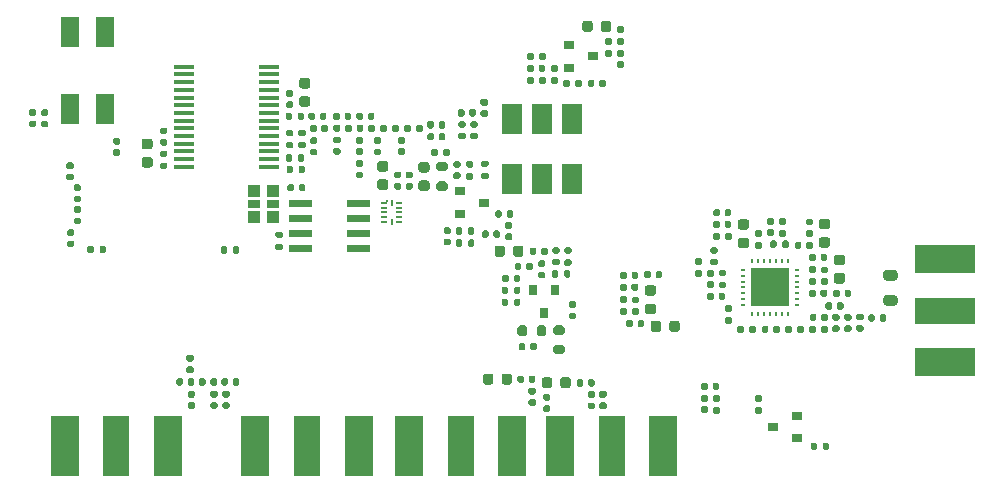
<source format=gbr>
G04 #@! TF.GenerationSoftware,KiCad,Pcbnew,5.99.0+really5.1.10+dfsg1-1*
G04 #@! TF.CreationDate,2022-01-09T21:41:06-05:00*
G04 #@! TF.ProjectId,radio,72616469-6f2e-46b6-9963-61645f706362,rev?*
G04 #@! TF.SameCoordinates,Original*
G04 #@! TF.FileFunction,Paste,Top*
G04 #@! TF.FilePolarity,Positive*
%FSLAX46Y46*%
G04 Gerber Fmt 4.6, Leading zero omitted, Abs format (unit mm)*
G04 Created by KiCad (PCBNEW 5.99.0+really5.1.10+dfsg1-1) date 2022-01-09 21:41:06*
%MOMM*%
%LPD*%
G01*
G04 APERTURE LIST*
%ADD10R,0.900000X0.800000*%
%ADD11R,1.750000X0.450000*%
%ADD12O,0.250000X0.500000*%
%ADD13O,0.500000X0.250000*%
%ADD14R,3.330000X3.330000*%
%ADD15R,5.080000X2.413000*%
%ADD16R,5.080000X2.286000*%
%ADD17R,2.413000X5.080000*%
%ADD18R,2.286000X5.080000*%
%ADD19R,1.000000X0.650000*%
%ADD20R,1.000000X1.050000*%
%ADD21R,0.150000X0.250000*%
%ADD22R,0.200000X0.600000*%
%ADD23R,0.600000X0.200000*%
%ADD24R,1.651000X2.540000*%
%ADD25R,0.800000X0.900000*%
%ADD26R,1.500000X2.500000*%
G04 APERTURE END LIST*
D10*
G04 #@! TO.C,Q4*
X186944000Y-115951000D03*
X188944000Y-115001000D03*
X188944000Y-116901000D03*
G04 #@! TD*
G04 #@! TO.C,R40*
G36*
G01*
X190641000Y-117417000D02*
X190641000Y-117787000D01*
G75*
G02*
X190506000Y-117922000I-135000J0D01*
G01*
X190236000Y-117922000D01*
G75*
G02*
X190101000Y-117787000I0J135000D01*
G01*
X190101000Y-117417000D01*
G75*
G02*
X190236000Y-117282000I135000J0D01*
G01*
X190506000Y-117282000D01*
G75*
G02*
X190641000Y-117417000I0J-135000D01*
G01*
G37*
G36*
G01*
X191661000Y-117417000D02*
X191661000Y-117787000D01*
G75*
G02*
X191526000Y-117922000I-135000J0D01*
G01*
X191256000Y-117922000D01*
G75*
G02*
X191121000Y-117787000I0J135000D01*
G01*
X191121000Y-117417000D01*
G75*
G02*
X191256000Y-117282000I135000J0D01*
G01*
X191526000Y-117282000D01*
G75*
G02*
X191661000Y-117417000I0J-135000D01*
G01*
G37*
G04 #@! TD*
G04 #@! TO.C,L29*
G36*
G01*
X197231250Y-103561500D02*
X196468750Y-103561500D01*
G75*
G02*
X196250000Y-103342750I0J218750D01*
G01*
X196250000Y-102905250D01*
G75*
G02*
X196468750Y-102686500I218750J0D01*
G01*
X197231250Y-102686500D01*
G75*
G02*
X197450000Y-102905250I0J-218750D01*
G01*
X197450000Y-103342750D01*
G75*
G02*
X197231250Y-103561500I-218750J0D01*
G01*
G37*
G36*
G01*
X197231250Y-105686500D02*
X196468750Y-105686500D01*
G75*
G02*
X196250000Y-105467750I0J218750D01*
G01*
X196250000Y-105030250D01*
G75*
G02*
X196468750Y-104811500I218750J0D01*
G01*
X197231250Y-104811500D01*
G75*
G02*
X197450000Y-105030250I0J-218750D01*
G01*
X197450000Y-105467750D01*
G75*
G02*
X197231250Y-105686500I-218750J0D01*
G01*
G37*
G04 #@! TD*
G04 #@! TO.C,C73*
G36*
G01*
X125417400Y-89639800D02*
X125077400Y-89639800D01*
G75*
G02*
X124937400Y-89499800I0J140000D01*
G01*
X124937400Y-89219800D01*
G75*
G02*
X125077400Y-89079800I140000J0D01*
G01*
X125417400Y-89079800D01*
G75*
G02*
X125557400Y-89219800I0J-140000D01*
G01*
X125557400Y-89499800D01*
G75*
G02*
X125417400Y-89639800I-140000J0D01*
G01*
G37*
G36*
G01*
X125417400Y-90599800D02*
X125077400Y-90599800D01*
G75*
G02*
X124937400Y-90459800I0J140000D01*
G01*
X124937400Y-90179800D01*
G75*
G02*
X125077400Y-90039800I140000J0D01*
G01*
X125417400Y-90039800D01*
G75*
G02*
X125557400Y-90179800I0J-140000D01*
G01*
X125557400Y-90459800D01*
G75*
G02*
X125417400Y-90599800I-140000J0D01*
G01*
G37*
G04 #@! TD*
G04 #@! TO.C,C72*
G36*
G01*
X127846000Y-96389800D02*
X128186000Y-96389800D01*
G75*
G02*
X128326000Y-96529800I0J-140000D01*
G01*
X128326000Y-96809800D01*
G75*
G02*
X128186000Y-96949800I-140000J0D01*
G01*
X127846000Y-96949800D01*
G75*
G02*
X127706000Y-96809800I0J140000D01*
G01*
X127706000Y-96529800D01*
G75*
G02*
X127846000Y-96389800I140000J0D01*
G01*
G37*
G36*
G01*
X127846000Y-95429800D02*
X128186000Y-95429800D01*
G75*
G02*
X128326000Y-95569800I0J-140000D01*
G01*
X128326000Y-95849800D01*
G75*
G02*
X128186000Y-95989800I-140000J0D01*
G01*
X127846000Y-95989800D01*
G75*
G02*
X127706000Y-95849800I0J140000D01*
G01*
X127706000Y-95569800D01*
G75*
G02*
X127846000Y-95429800I140000J0D01*
G01*
G37*
G04 #@! TD*
G04 #@! TO.C,C71*
G36*
G01*
X124401400Y-89617000D02*
X124061400Y-89617000D01*
G75*
G02*
X123921400Y-89477000I0J140000D01*
G01*
X123921400Y-89197000D01*
G75*
G02*
X124061400Y-89057000I140000J0D01*
G01*
X124401400Y-89057000D01*
G75*
G02*
X124541400Y-89197000I0J-140000D01*
G01*
X124541400Y-89477000D01*
G75*
G02*
X124401400Y-89617000I-140000J0D01*
G01*
G37*
G36*
G01*
X124401400Y-90577000D02*
X124061400Y-90577000D01*
G75*
G02*
X123921400Y-90437000I0J140000D01*
G01*
X123921400Y-90157000D01*
G75*
G02*
X124061400Y-90017000I140000J0D01*
G01*
X124401400Y-90017000D01*
G75*
G02*
X124541400Y-90157000I0J-140000D01*
G01*
X124541400Y-90437000D01*
G75*
G02*
X124401400Y-90577000I-140000J0D01*
G01*
G37*
G04 #@! TD*
G04 #@! TO.C,C70*
G36*
G01*
X127846000Y-98244000D02*
X128186000Y-98244000D01*
G75*
G02*
X128326000Y-98384000I0J-140000D01*
G01*
X128326000Y-98664000D01*
G75*
G02*
X128186000Y-98804000I-140000J0D01*
G01*
X127846000Y-98804000D01*
G75*
G02*
X127706000Y-98664000I0J140000D01*
G01*
X127706000Y-98384000D01*
G75*
G02*
X127846000Y-98244000I140000J0D01*
G01*
G37*
G36*
G01*
X127846000Y-97284000D02*
X128186000Y-97284000D01*
G75*
G02*
X128326000Y-97424000I0J-140000D01*
G01*
X128326000Y-97704000D01*
G75*
G02*
X128186000Y-97844000I-140000J0D01*
G01*
X127846000Y-97844000D01*
G75*
G02*
X127706000Y-97704000I0J140000D01*
G01*
X127706000Y-97424000D01*
G75*
G02*
X127846000Y-97284000I140000J0D01*
G01*
G37*
G04 #@! TD*
G04 #@! TO.C,R18*
G36*
G01*
X146191000Y-89477000D02*
X146191000Y-89847000D01*
G75*
G02*
X146056000Y-89982000I-135000J0D01*
G01*
X145786000Y-89982000D01*
G75*
G02*
X145651000Y-89847000I0J135000D01*
G01*
X145651000Y-89477000D01*
G75*
G02*
X145786000Y-89342000I135000J0D01*
G01*
X146056000Y-89342000D01*
G75*
G02*
X146191000Y-89477000I0J-135000D01*
G01*
G37*
G36*
G01*
X147211000Y-89477000D02*
X147211000Y-89847000D01*
G75*
G02*
X147076000Y-89982000I-135000J0D01*
G01*
X146806000Y-89982000D01*
G75*
G02*
X146671000Y-89847000I0J135000D01*
G01*
X146671000Y-89477000D01*
G75*
G02*
X146806000Y-89342000I135000J0D01*
G01*
X147076000Y-89342000D01*
G75*
G02*
X147211000Y-89477000I0J-135000D01*
G01*
G37*
G04 #@! TD*
G04 #@! TO.C,L16*
G36*
G01*
X192315600Y-105887300D02*
X192315600Y-105542300D01*
G75*
G02*
X192463100Y-105394800I147500J0D01*
G01*
X192758100Y-105394800D01*
G75*
G02*
X192905600Y-105542300I0J-147500D01*
G01*
X192905600Y-105887300D01*
G75*
G02*
X192758100Y-106034800I-147500J0D01*
G01*
X192463100Y-106034800D01*
G75*
G02*
X192315600Y-105887300I0J147500D01*
G01*
G37*
G36*
G01*
X191345600Y-105887300D02*
X191345600Y-105542300D01*
G75*
G02*
X191493100Y-105394800I147500J0D01*
G01*
X191788100Y-105394800D01*
G75*
G02*
X191935600Y-105542300I0J-147500D01*
G01*
X191935600Y-105887300D01*
G75*
G02*
X191788100Y-106034800I-147500J0D01*
G01*
X191493100Y-106034800D01*
G75*
G02*
X191345600Y-105887300I0J147500D01*
G01*
G37*
G04 #@! TD*
G04 #@! TO.C,C35*
G36*
G01*
X193073200Y-107360000D02*
X193413200Y-107360000D01*
G75*
G02*
X193553200Y-107500000I0J-140000D01*
G01*
X193553200Y-107780000D01*
G75*
G02*
X193413200Y-107920000I-140000J0D01*
G01*
X193073200Y-107920000D01*
G75*
G02*
X192933200Y-107780000I0J140000D01*
G01*
X192933200Y-107500000D01*
G75*
G02*
X193073200Y-107360000I140000J0D01*
G01*
G37*
G36*
G01*
X193073200Y-106400000D02*
X193413200Y-106400000D01*
G75*
G02*
X193553200Y-106540000I0J-140000D01*
G01*
X193553200Y-106820000D01*
G75*
G02*
X193413200Y-106960000I-140000J0D01*
G01*
X193073200Y-106960000D01*
G75*
G02*
X192933200Y-106820000I0J140000D01*
G01*
X192933200Y-106540000D01*
G75*
G02*
X193073200Y-106400000I140000J0D01*
G01*
G37*
G04 #@! TD*
G04 #@! TO.C,C36*
G36*
G01*
X194089200Y-107337200D02*
X194429200Y-107337200D01*
G75*
G02*
X194569200Y-107477200I0J-140000D01*
G01*
X194569200Y-107757200D01*
G75*
G02*
X194429200Y-107897200I-140000J0D01*
G01*
X194089200Y-107897200D01*
G75*
G02*
X193949200Y-107757200I0J140000D01*
G01*
X193949200Y-107477200D01*
G75*
G02*
X194089200Y-107337200I140000J0D01*
G01*
G37*
G36*
G01*
X194089200Y-106377200D02*
X194429200Y-106377200D01*
G75*
G02*
X194569200Y-106517200I0J-140000D01*
G01*
X194569200Y-106797200D01*
G75*
G02*
X194429200Y-106937200I-140000J0D01*
G01*
X194089200Y-106937200D01*
G75*
G02*
X193949200Y-106797200I0J140000D01*
G01*
X193949200Y-106517200D01*
G75*
G02*
X194089200Y-106377200I140000J0D01*
G01*
G37*
G04 #@! TD*
G04 #@! TO.C,C32*
G36*
G01*
X195532400Y-106560800D02*
X195532400Y-106900800D01*
G75*
G02*
X195392400Y-107040800I-140000J0D01*
G01*
X195112400Y-107040800D01*
G75*
G02*
X194972400Y-106900800I0J140000D01*
G01*
X194972400Y-106560800D01*
G75*
G02*
X195112400Y-106420800I140000J0D01*
G01*
X195392400Y-106420800D01*
G75*
G02*
X195532400Y-106560800I0J-140000D01*
G01*
G37*
G36*
G01*
X196492400Y-106560800D02*
X196492400Y-106900800D01*
G75*
G02*
X196352400Y-107040800I-140000J0D01*
G01*
X196072400Y-107040800D01*
G75*
G02*
X195932400Y-106900800I0J140000D01*
G01*
X195932400Y-106560800D01*
G75*
G02*
X196072400Y-106420800I140000J0D01*
G01*
X196352400Y-106420800D01*
G75*
G02*
X196492400Y-106560800I0J-140000D01*
G01*
G37*
G04 #@! TD*
G04 #@! TO.C,C34*
G36*
G01*
X192057200Y-107360000D02*
X192397200Y-107360000D01*
G75*
G02*
X192537200Y-107500000I0J-140000D01*
G01*
X192537200Y-107780000D01*
G75*
G02*
X192397200Y-107920000I-140000J0D01*
G01*
X192057200Y-107920000D01*
G75*
G02*
X191917200Y-107780000I0J140000D01*
G01*
X191917200Y-107500000D01*
G75*
G02*
X192057200Y-107360000I140000J0D01*
G01*
G37*
G36*
G01*
X192057200Y-106400000D02*
X192397200Y-106400000D01*
G75*
G02*
X192537200Y-106540000I0J-140000D01*
G01*
X192537200Y-106820000D01*
G75*
G02*
X192397200Y-106960000I-140000J0D01*
G01*
X192057200Y-106960000D01*
G75*
G02*
X191917200Y-106820000I0J140000D01*
G01*
X191917200Y-106540000D01*
G75*
G02*
X192057200Y-106400000I140000J0D01*
G01*
G37*
G04 #@! TD*
G04 #@! TO.C,L24*
G36*
G01*
X162285900Y-89140800D02*
X162630900Y-89140800D01*
G75*
G02*
X162778400Y-89288300I0J-147500D01*
G01*
X162778400Y-89583300D01*
G75*
G02*
X162630900Y-89730800I-147500J0D01*
G01*
X162285900Y-89730800D01*
G75*
G02*
X162138400Y-89583300I0J147500D01*
G01*
X162138400Y-89288300D01*
G75*
G02*
X162285900Y-89140800I147500J0D01*
G01*
G37*
G36*
G01*
X162285900Y-88170800D02*
X162630900Y-88170800D01*
G75*
G02*
X162778400Y-88318300I0J-147500D01*
G01*
X162778400Y-88613300D01*
G75*
G02*
X162630900Y-88760800I-147500J0D01*
G01*
X162285900Y-88760800D01*
G75*
G02*
X162138400Y-88613300I0J147500D01*
G01*
X162138400Y-88318300D01*
G75*
G02*
X162285900Y-88170800I147500J0D01*
G01*
G37*
G04 #@! TD*
G04 #@! TO.C,C21*
G36*
G01*
X182408160Y-97653020D02*
X182408160Y-97993020D01*
G75*
G02*
X182268160Y-98133020I-140000J0D01*
G01*
X181988160Y-98133020D01*
G75*
G02*
X181848160Y-97993020I0J140000D01*
G01*
X181848160Y-97653020D01*
G75*
G02*
X181988160Y-97513020I140000J0D01*
G01*
X182268160Y-97513020D01*
G75*
G02*
X182408160Y-97653020I0J-140000D01*
G01*
G37*
G36*
G01*
X183368160Y-97653020D02*
X183368160Y-97993020D01*
G75*
G02*
X183228160Y-98133020I-140000J0D01*
G01*
X182948160Y-98133020D01*
G75*
G02*
X182808160Y-97993020I0J140000D01*
G01*
X182808160Y-97653020D01*
G75*
G02*
X182948160Y-97513020I140000J0D01*
G01*
X183228160Y-97513020D01*
G75*
G02*
X183368160Y-97653020I0J-140000D01*
G01*
G37*
G04 #@! TD*
D11*
G04 #@! TO.C,U4*
X144272000Y-85466500D03*
X144272000Y-86116500D03*
X144272000Y-86766500D03*
X144272000Y-87416500D03*
X144272000Y-88066500D03*
X144272000Y-88716500D03*
X144272000Y-89366500D03*
X144272000Y-90016500D03*
X144272000Y-90666500D03*
X144272000Y-91316500D03*
X144272000Y-91966500D03*
X144272000Y-92616500D03*
X144272000Y-93266500D03*
X144272000Y-93916500D03*
X137072000Y-93916500D03*
X137072000Y-93266500D03*
X137072000Y-92616500D03*
X137072000Y-91966500D03*
X137072000Y-91316500D03*
X137072000Y-90666500D03*
X137072000Y-90016500D03*
X137072000Y-89366500D03*
X137072000Y-88716500D03*
X137072000Y-88066500D03*
X137072000Y-87416500D03*
X137072000Y-86766500D03*
X137072000Y-86116500D03*
X137072000Y-85466500D03*
G04 #@! TD*
G04 #@! TO.C,U6*
G36*
G01*
X150830500Y-97286000D02*
X150830500Y-96770000D01*
G75*
G02*
X150872500Y-96728000I42000J0D01*
G01*
X152758500Y-96728000D01*
G75*
G02*
X152800500Y-96770000I0J-42000D01*
G01*
X152800500Y-97286000D01*
G75*
G02*
X152758500Y-97328000I-42000J0D01*
G01*
X150872500Y-97328000D01*
G75*
G02*
X150830500Y-97286000I0J42000D01*
G01*
G37*
G36*
G01*
X150830500Y-98556000D02*
X150830500Y-98040000D01*
G75*
G02*
X150872500Y-97998000I42000J0D01*
G01*
X152758500Y-97998000D01*
G75*
G02*
X152800500Y-98040000I0J-42000D01*
G01*
X152800500Y-98556000D01*
G75*
G02*
X152758500Y-98598000I-42000J0D01*
G01*
X150872500Y-98598000D01*
G75*
G02*
X150830500Y-98556000I0J42000D01*
G01*
G37*
G36*
G01*
X150830500Y-99826000D02*
X150830500Y-99310000D01*
G75*
G02*
X150872500Y-99268000I42000J0D01*
G01*
X152758500Y-99268000D01*
G75*
G02*
X152800500Y-99310000I0J-42000D01*
G01*
X152800500Y-99826000D01*
G75*
G02*
X152758500Y-99868000I-42000J0D01*
G01*
X150872500Y-99868000D01*
G75*
G02*
X150830500Y-99826000I0J42000D01*
G01*
G37*
G36*
G01*
X150830500Y-101096000D02*
X150830500Y-100580000D01*
G75*
G02*
X150872500Y-100538000I42000J0D01*
G01*
X152758500Y-100538000D01*
G75*
G02*
X152800500Y-100580000I0J-42000D01*
G01*
X152800500Y-101096000D01*
G75*
G02*
X152758500Y-101138000I-42000J0D01*
G01*
X150872500Y-101138000D01*
G75*
G02*
X150830500Y-101096000I0J42000D01*
G01*
G37*
G36*
G01*
X145890500Y-101096000D02*
X145890500Y-100580000D01*
G75*
G02*
X145932500Y-100538000I42000J0D01*
G01*
X147818500Y-100538000D01*
G75*
G02*
X147860500Y-100580000I0J-42000D01*
G01*
X147860500Y-101096000D01*
G75*
G02*
X147818500Y-101138000I-42000J0D01*
G01*
X145932500Y-101138000D01*
G75*
G02*
X145890500Y-101096000I0J42000D01*
G01*
G37*
G36*
G01*
X145890500Y-99826000D02*
X145890500Y-99310000D01*
G75*
G02*
X145932500Y-99268000I42000J0D01*
G01*
X147818500Y-99268000D01*
G75*
G02*
X147860500Y-99310000I0J-42000D01*
G01*
X147860500Y-99826000D01*
G75*
G02*
X147818500Y-99868000I-42000J0D01*
G01*
X145932500Y-99868000D01*
G75*
G02*
X145890500Y-99826000I0J42000D01*
G01*
G37*
G36*
G01*
X145890500Y-98556000D02*
X145890500Y-98040000D01*
G75*
G02*
X145932500Y-97998000I42000J0D01*
G01*
X147818500Y-97998000D01*
G75*
G02*
X147860500Y-98040000I0J-42000D01*
G01*
X147860500Y-98556000D01*
G75*
G02*
X147818500Y-98598000I-42000J0D01*
G01*
X145932500Y-98598000D01*
G75*
G02*
X145890500Y-98556000I0J42000D01*
G01*
G37*
G36*
G01*
X145890500Y-97286000D02*
X145890500Y-96770000D01*
G75*
G02*
X145932500Y-96728000I42000J0D01*
G01*
X147818500Y-96728000D01*
G75*
G02*
X147860500Y-96770000I0J-42000D01*
G01*
X147860500Y-97286000D01*
G75*
G02*
X147818500Y-97328000I-42000J0D01*
G01*
X145932500Y-97328000D01*
G75*
G02*
X145890500Y-97286000I0J42000D01*
G01*
G37*
G04 #@! TD*
D12*
G04 #@! TO.C,U2*
X185154000Y-101898000D03*
X185654000Y-101898000D03*
X186154000Y-101898000D03*
X186654000Y-101898000D03*
X187154000Y-101898000D03*
X187654000Y-101898000D03*
X188154000Y-101898000D03*
D13*
X188904000Y-102648000D03*
X188904000Y-103148000D03*
X188904000Y-103648000D03*
X188904000Y-104148000D03*
X188904000Y-104648000D03*
X188904000Y-105148000D03*
X188904000Y-105648000D03*
D12*
X188154000Y-106398000D03*
X187654000Y-106398000D03*
X187154000Y-106398000D03*
X186654000Y-106398000D03*
X186154000Y-106398000D03*
X185654000Y-106398000D03*
X185154000Y-106398000D03*
D13*
X184404000Y-105648000D03*
X184404000Y-105148000D03*
X184404000Y-104648000D03*
X184404000Y-104148000D03*
X184404000Y-103648000D03*
X184404000Y-103148000D03*
X184404000Y-102648000D03*
D14*
X186654000Y-104148000D03*
G04 #@! TD*
D15*
G04 #@! TO.C,J8*
X201485500Y-110490000D03*
D16*
X201485500Y-106108500D03*
D15*
X201485500Y-101727000D03*
G04 #@! TD*
D17*
G04 #@! TO.C,J5*
X151828500Y-117602000D03*
D18*
X147447000Y-117602000D03*
D17*
X143065500Y-117602000D03*
G04 #@! TD*
G04 #@! TO.C,J4*
X126936500Y-117602000D03*
D18*
X131318000Y-117602000D03*
D17*
X135699500Y-117602000D03*
G04 #@! TD*
G04 #@! TO.C,J3*
X164846000Y-117602000D03*
D18*
X160464500Y-117602000D03*
D17*
X156083000Y-117602000D03*
G04 #@! TD*
G04 #@! TO.C,J2*
X177622200Y-117602000D03*
D18*
X173240700Y-117602000D03*
D17*
X168859200Y-117602000D03*
G04 #@! TD*
D19*
G04 #@! TO.C,U5*
X142951400Y-97071400D03*
X144551400Y-97071400D03*
D20*
X142951400Y-98196400D03*
X144551400Y-98196400D03*
X142951400Y-95946400D03*
X144551400Y-95946400D03*
G04 #@! TD*
D21*
G04 #@! TO.C,U3*
X154197500Y-96815000D03*
D22*
X154622500Y-96990000D03*
D23*
X155272500Y-96990000D03*
X155272500Y-97390000D03*
X155272500Y-97790000D03*
X155272500Y-98190000D03*
X155272500Y-98590000D03*
D22*
X154622500Y-98590000D03*
D23*
X153972500Y-98590000D03*
X153972500Y-98190000D03*
X153972500Y-97790000D03*
X153972500Y-97390000D03*
X153972500Y-96990000D03*
G04 #@! TD*
D24*
G04 #@! TO.C,U1*
X169926000Y-89852500D03*
X167386000Y-89852500D03*
X164846000Y-89852500D03*
X169926000Y-94932500D03*
X167386000Y-94932500D03*
X164846000Y-94932500D03*
G04 #@! TD*
G04 #@! TO.C,R39*
G36*
G01*
X146171500Y-91352400D02*
X145801500Y-91352400D01*
G75*
G02*
X145666500Y-91217400I0J135000D01*
G01*
X145666500Y-90947400D01*
G75*
G02*
X145801500Y-90812400I135000J0D01*
G01*
X146171500Y-90812400D01*
G75*
G02*
X146306500Y-90947400I0J-135000D01*
G01*
X146306500Y-91217400D01*
G75*
G02*
X146171500Y-91352400I-135000J0D01*
G01*
G37*
G36*
G01*
X146171500Y-92372400D02*
X145801500Y-92372400D01*
G75*
G02*
X145666500Y-92237400I0J135000D01*
G01*
X145666500Y-91967400D01*
G75*
G02*
X145801500Y-91832400I135000J0D01*
G01*
X146171500Y-91832400D01*
G75*
G02*
X146306500Y-91967400I0J-135000D01*
G01*
X146306500Y-92237400D01*
G75*
G02*
X146171500Y-92372400I-135000J0D01*
G01*
G37*
G04 #@! TD*
G04 #@! TO.C,R38*
G36*
G01*
X166636000Y-86429000D02*
X166636000Y-86799000D01*
G75*
G02*
X166501000Y-86934000I-135000J0D01*
G01*
X166231000Y-86934000D01*
G75*
G02*
X166096000Y-86799000I0J135000D01*
G01*
X166096000Y-86429000D01*
G75*
G02*
X166231000Y-86294000I135000J0D01*
G01*
X166501000Y-86294000D01*
G75*
G02*
X166636000Y-86429000I0J-135000D01*
G01*
G37*
G36*
G01*
X167656000Y-86429000D02*
X167656000Y-86799000D01*
G75*
G02*
X167521000Y-86934000I-135000J0D01*
G01*
X167251000Y-86934000D01*
G75*
G02*
X167116000Y-86799000I0J135000D01*
G01*
X167116000Y-86429000D01*
G75*
G02*
X167251000Y-86294000I135000J0D01*
G01*
X167521000Y-86294000D01*
G75*
G02*
X167656000Y-86429000I0J-135000D01*
G01*
G37*
G04 #@! TD*
G04 #@! TO.C,R37*
G36*
G01*
X140679200Y-100805400D02*
X140679200Y-101175400D01*
G75*
G02*
X140544200Y-101310400I-135000J0D01*
G01*
X140274200Y-101310400D01*
G75*
G02*
X140139200Y-101175400I0J135000D01*
G01*
X140139200Y-100805400D01*
G75*
G02*
X140274200Y-100670400I135000J0D01*
G01*
X140544200Y-100670400D01*
G75*
G02*
X140679200Y-100805400I0J-135000D01*
G01*
G37*
G36*
G01*
X141699200Y-100805400D02*
X141699200Y-101175400D01*
G75*
G02*
X141564200Y-101310400I-135000J0D01*
G01*
X141294200Y-101310400D01*
G75*
G02*
X141159200Y-101175400I0J135000D01*
G01*
X141159200Y-100805400D01*
G75*
G02*
X141294200Y-100670400I135000J0D01*
G01*
X141564200Y-100670400D01*
G75*
G02*
X141699200Y-100805400I0J-135000D01*
G01*
G37*
G04 #@! TD*
G04 #@! TO.C,R36*
G36*
G01*
X145282500Y-99961000D02*
X144912500Y-99961000D01*
G75*
G02*
X144777500Y-99826000I0J135000D01*
G01*
X144777500Y-99556000D01*
G75*
G02*
X144912500Y-99421000I135000J0D01*
G01*
X145282500Y-99421000D01*
G75*
G02*
X145417500Y-99556000I0J-135000D01*
G01*
X145417500Y-99826000D01*
G75*
G02*
X145282500Y-99961000I-135000J0D01*
G01*
G37*
G36*
G01*
X145282500Y-100981000D02*
X144912500Y-100981000D01*
G75*
G02*
X144777500Y-100846000I0J135000D01*
G01*
X144777500Y-100576000D01*
G75*
G02*
X144912500Y-100441000I135000J0D01*
G01*
X145282500Y-100441000D01*
G75*
G02*
X145417500Y-100576000I0J-135000D01*
G01*
X145417500Y-100846000D01*
G75*
G02*
X145282500Y-100981000I-135000J0D01*
G01*
G37*
G04 #@! TD*
G04 #@! TO.C,R35*
G36*
G01*
X129401600Y-100754600D02*
X129401600Y-101124600D01*
G75*
G02*
X129266600Y-101259600I-135000J0D01*
G01*
X128996600Y-101259600D01*
G75*
G02*
X128861600Y-101124600I0J135000D01*
G01*
X128861600Y-100754600D01*
G75*
G02*
X128996600Y-100619600I135000J0D01*
G01*
X129266600Y-100619600D01*
G75*
G02*
X129401600Y-100754600I0J-135000D01*
G01*
G37*
G36*
G01*
X130421600Y-100754600D02*
X130421600Y-101124600D01*
G75*
G02*
X130286600Y-101259600I-135000J0D01*
G01*
X130016600Y-101259600D01*
G75*
G02*
X129881600Y-101124600I0J135000D01*
G01*
X129881600Y-100754600D01*
G75*
G02*
X130016600Y-100619600I135000J0D01*
G01*
X130286600Y-100619600D01*
G75*
G02*
X130421600Y-100754600I0J-135000D01*
G01*
G37*
G04 #@! TD*
G04 #@! TO.C,R34*
G36*
G01*
X161087500Y-100578500D02*
X161087500Y-100208500D01*
G75*
G02*
X161222500Y-100073500I135000J0D01*
G01*
X161492500Y-100073500D01*
G75*
G02*
X161627500Y-100208500I0J-135000D01*
G01*
X161627500Y-100578500D01*
G75*
G02*
X161492500Y-100713500I-135000J0D01*
G01*
X161222500Y-100713500D01*
G75*
G02*
X161087500Y-100578500I0J135000D01*
G01*
G37*
G36*
G01*
X160067500Y-100578500D02*
X160067500Y-100208500D01*
G75*
G02*
X160202500Y-100073500I135000J0D01*
G01*
X160472500Y-100073500D01*
G75*
G02*
X160607500Y-100208500I0J-135000D01*
G01*
X160607500Y-100578500D01*
G75*
G02*
X160472500Y-100713500I-135000J0D01*
G01*
X160202500Y-100713500D01*
G75*
G02*
X160067500Y-100578500I0J135000D01*
G01*
G37*
G04 #@! TD*
G04 #@! TO.C,R33*
G36*
G01*
X161085500Y-99562500D02*
X161085500Y-99192500D01*
G75*
G02*
X161220500Y-99057500I135000J0D01*
G01*
X161490500Y-99057500D01*
G75*
G02*
X161625500Y-99192500I0J-135000D01*
G01*
X161625500Y-99562500D01*
G75*
G02*
X161490500Y-99697500I-135000J0D01*
G01*
X161220500Y-99697500D01*
G75*
G02*
X161085500Y-99562500I0J135000D01*
G01*
G37*
G36*
G01*
X160065500Y-99562500D02*
X160065500Y-99192500D01*
G75*
G02*
X160200500Y-99057500I135000J0D01*
G01*
X160470500Y-99057500D01*
G75*
G02*
X160605500Y-99192500I0J-135000D01*
G01*
X160605500Y-99562500D01*
G75*
G02*
X160470500Y-99697500I-135000J0D01*
G01*
X160200500Y-99697500D01*
G75*
G02*
X160065500Y-99562500I0J135000D01*
G01*
G37*
G04 #@! TD*
G04 #@! TO.C,R32*
G36*
G01*
X164481000Y-105225000D02*
X164481000Y-105595000D01*
G75*
G02*
X164346000Y-105730000I-135000J0D01*
G01*
X164076000Y-105730000D01*
G75*
G02*
X163941000Y-105595000I0J135000D01*
G01*
X163941000Y-105225000D01*
G75*
G02*
X164076000Y-105090000I135000J0D01*
G01*
X164346000Y-105090000D01*
G75*
G02*
X164481000Y-105225000I0J-135000D01*
G01*
G37*
G36*
G01*
X165501000Y-105225000D02*
X165501000Y-105595000D01*
G75*
G02*
X165366000Y-105730000I-135000J0D01*
G01*
X165096000Y-105730000D01*
G75*
G02*
X164961000Y-105595000I0J135000D01*
G01*
X164961000Y-105225000D01*
G75*
G02*
X165096000Y-105090000I135000J0D01*
G01*
X165366000Y-105090000D01*
G75*
G02*
X165501000Y-105225000I0J-135000D01*
G01*
G37*
G04 #@! TD*
G04 #@! TO.C,R31*
G36*
G01*
X164481000Y-104209000D02*
X164481000Y-104579000D01*
G75*
G02*
X164346000Y-104714000I-135000J0D01*
G01*
X164076000Y-104714000D01*
G75*
G02*
X163941000Y-104579000I0J135000D01*
G01*
X163941000Y-104209000D01*
G75*
G02*
X164076000Y-104074000I135000J0D01*
G01*
X164346000Y-104074000D01*
G75*
G02*
X164481000Y-104209000I0J-135000D01*
G01*
G37*
G36*
G01*
X165501000Y-104209000D02*
X165501000Y-104579000D01*
G75*
G02*
X165366000Y-104714000I-135000J0D01*
G01*
X165096000Y-104714000D01*
G75*
G02*
X164961000Y-104579000I0J135000D01*
G01*
X164961000Y-104209000D01*
G75*
G02*
X165096000Y-104074000I135000J0D01*
G01*
X165366000Y-104074000D01*
G75*
G02*
X165501000Y-104209000I0J-135000D01*
G01*
G37*
G04 #@! TD*
G04 #@! TO.C,R30*
G36*
G01*
X161411500Y-93992000D02*
X161041500Y-93992000D01*
G75*
G02*
X160906500Y-93857000I0J135000D01*
G01*
X160906500Y-93587000D01*
G75*
G02*
X161041500Y-93452000I135000J0D01*
G01*
X161411500Y-93452000D01*
G75*
G02*
X161546500Y-93587000I0J-135000D01*
G01*
X161546500Y-93857000D01*
G75*
G02*
X161411500Y-93992000I-135000J0D01*
G01*
G37*
G36*
G01*
X161411500Y-95012000D02*
X161041500Y-95012000D01*
G75*
G02*
X160906500Y-94877000I0J135000D01*
G01*
X160906500Y-94607000D01*
G75*
G02*
X161041500Y-94472000I135000J0D01*
G01*
X161411500Y-94472000D01*
G75*
G02*
X161546500Y-94607000I0J-135000D01*
G01*
X161546500Y-94877000D01*
G75*
G02*
X161411500Y-95012000I-135000J0D01*
G01*
G37*
G04 #@! TD*
G04 #@! TO.C,R29*
G36*
G01*
X135133500Y-93585000D02*
X135503500Y-93585000D01*
G75*
G02*
X135638500Y-93720000I0J-135000D01*
G01*
X135638500Y-93990000D01*
G75*
G02*
X135503500Y-94125000I-135000J0D01*
G01*
X135133500Y-94125000D01*
G75*
G02*
X134998500Y-93990000I0J135000D01*
G01*
X134998500Y-93720000D01*
G75*
G02*
X135133500Y-93585000I135000J0D01*
G01*
G37*
G36*
G01*
X135133500Y-92565000D02*
X135503500Y-92565000D01*
G75*
G02*
X135638500Y-92700000I0J-135000D01*
G01*
X135638500Y-92970000D01*
G75*
G02*
X135503500Y-93105000I-135000J0D01*
G01*
X135133500Y-93105000D01*
G75*
G02*
X134998500Y-92970000I0J135000D01*
G01*
X134998500Y-92700000D01*
G75*
G02*
X135133500Y-92565000I135000J0D01*
G01*
G37*
G04 #@! TD*
G04 #@! TO.C,R28*
G36*
G01*
X158602000Y-95167500D02*
X159152000Y-95167500D01*
G75*
G02*
X159352000Y-95367500I0J-200000D01*
G01*
X159352000Y-95767500D01*
G75*
G02*
X159152000Y-95967500I-200000J0D01*
G01*
X158602000Y-95967500D01*
G75*
G02*
X158402000Y-95767500I0J200000D01*
G01*
X158402000Y-95367500D01*
G75*
G02*
X158602000Y-95167500I200000J0D01*
G01*
G37*
G36*
G01*
X158602000Y-93517500D02*
X159152000Y-93517500D01*
G75*
G02*
X159352000Y-93717500I0J-200000D01*
G01*
X159352000Y-94117500D01*
G75*
G02*
X159152000Y-94317500I-200000J0D01*
G01*
X158602000Y-94317500D01*
G75*
G02*
X158402000Y-94117500I0J200000D01*
G01*
X158402000Y-93717500D01*
G75*
G02*
X158602000Y-93517500I200000J0D01*
G01*
G37*
G04 #@! TD*
G04 #@! TO.C,R27*
G36*
G01*
X169213500Y-103182000D02*
X169213500Y-102812000D01*
G75*
G02*
X169348500Y-102677000I135000J0D01*
G01*
X169618500Y-102677000D01*
G75*
G02*
X169753500Y-102812000I0J-135000D01*
G01*
X169753500Y-103182000D01*
G75*
G02*
X169618500Y-103317000I-135000J0D01*
G01*
X169348500Y-103317000D01*
G75*
G02*
X169213500Y-103182000I0J135000D01*
G01*
G37*
G36*
G01*
X168193500Y-103182000D02*
X168193500Y-102812000D01*
G75*
G02*
X168328500Y-102677000I135000J0D01*
G01*
X168598500Y-102677000D01*
G75*
G02*
X168733500Y-102812000I0J-135000D01*
G01*
X168733500Y-103182000D01*
G75*
G02*
X168598500Y-103317000I-135000J0D01*
G01*
X168328500Y-103317000D01*
G75*
G02*
X168193500Y-103182000I0J135000D01*
G01*
G37*
G04 #@! TD*
G04 #@! TO.C,R26*
G36*
G01*
X158990000Y-92895000D02*
X158990000Y-92525000D01*
G75*
G02*
X159125000Y-92390000I135000J0D01*
G01*
X159395000Y-92390000D01*
G75*
G02*
X159530000Y-92525000I0J-135000D01*
G01*
X159530000Y-92895000D01*
G75*
G02*
X159395000Y-93030000I-135000J0D01*
G01*
X159125000Y-93030000D01*
G75*
G02*
X158990000Y-92895000I0J135000D01*
G01*
G37*
G36*
G01*
X157970000Y-92895000D02*
X157970000Y-92525000D01*
G75*
G02*
X158105000Y-92390000I135000J0D01*
G01*
X158375000Y-92390000D01*
G75*
G02*
X158510000Y-92525000I0J-135000D01*
G01*
X158510000Y-92895000D01*
G75*
G02*
X158375000Y-93030000I-135000J0D01*
G01*
X158105000Y-93030000D01*
G75*
G02*
X157970000Y-92895000I0J135000D01*
G01*
G37*
G04 #@! TD*
G04 #@! TO.C,R25*
G36*
G01*
X169360000Y-101774500D02*
X169730000Y-101774500D01*
G75*
G02*
X169865000Y-101909500I0J-135000D01*
G01*
X169865000Y-102179500D01*
G75*
G02*
X169730000Y-102314500I-135000J0D01*
G01*
X169360000Y-102314500D01*
G75*
G02*
X169225000Y-102179500I0J135000D01*
G01*
X169225000Y-101909500D01*
G75*
G02*
X169360000Y-101774500I135000J0D01*
G01*
G37*
G36*
G01*
X169360000Y-100754500D02*
X169730000Y-100754500D01*
G75*
G02*
X169865000Y-100889500I0J-135000D01*
G01*
X169865000Y-101159500D01*
G75*
G02*
X169730000Y-101294500I-135000J0D01*
G01*
X169360000Y-101294500D01*
G75*
G02*
X169225000Y-101159500I0J135000D01*
G01*
X169225000Y-100889500D01*
G75*
G02*
X169360000Y-100754500I135000J0D01*
G01*
G37*
G04 #@! TD*
G04 #@! TO.C,R24*
G36*
G01*
X162324200Y-94423200D02*
X162694200Y-94423200D01*
G75*
G02*
X162829200Y-94558200I0J-135000D01*
G01*
X162829200Y-94828200D01*
G75*
G02*
X162694200Y-94963200I-135000J0D01*
G01*
X162324200Y-94963200D01*
G75*
G02*
X162189200Y-94828200I0J135000D01*
G01*
X162189200Y-94558200D01*
G75*
G02*
X162324200Y-94423200I135000J0D01*
G01*
G37*
G36*
G01*
X162324200Y-93403200D02*
X162694200Y-93403200D01*
G75*
G02*
X162829200Y-93538200I0J-135000D01*
G01*
X162829200Y-93808200D01*
G75*
G02*
X162694200Y-93943200I-135000J0D01*
G01*
X162324200Y-93943200D01*
G75*
G02*
X162189200Y-93808200I0J135000D01*
G01*
X162189200Y-93538200D01*
G75*
G02*
X162324200Y-93403200I135000J0D01*
G01*
G37*
G04 #@! TD*
G04 #@! TO.C,R23*
G36*
G01*
X146254500Y-93985500D02*
X146254500Y-94355500D01*
G75*
G02*
X146119500Y-94490500I-135000J0D01*
G01*
X145849500Y-94490500D01*
G75*
G02*
X145714500Y-94355500I0J135000D01*
G01*
X145714500Y-93985500D01*
G75*
G02*
X145849500Y-93850500I135000J0D01*
G01*
X146119500Y-93850500D01*
G75*
G02*
X146254500Y-93985500I0J-135000D01*
G01*
G37*
G36*
G01*
X147274500Y-93985500D02*
X147274500Y-94355500D01*
G75*
G02*
X147139500Y-94490500I-135000J0D01*
G01*
X146869500Y-94490500D01*
G75*
G02*
X146734500Y-94355500I0J135000D01*
G01*
X146734500Y-93985500D01*
G75*
G02*
X146869500Y-93850500I135000J0D01*
G01*
X147139500Y-93850500D01*
G75*
G02*
X147274500Y-93985500I0J-135000D01*
G01*
G37*
G04 #@! TD*
G04 #@! TO.C,R22*
G36*
G01*
X169058000Y-108159500D02*
X168508000Y-108159500D01*
G75*
G02*
X168308000Y-107959500I0J200000D01*
G01*
X168308000Y-107559500D01*
G75*
G02*
X168508000Y-107359500I200000J0D01*
G01*
X169058000Y-107359500D01*
G75*
G02*
X169258000Y-107559500I0J-200000D01*
G01*
X169258000Y-107959500D01*
G75*
G02*
X169058000Y-108159500I-200000J0D01*
G01*
G37*
G36*
G01*
X169058000Y-109809500D02*
X168508000Y-109809500D01*
G75*
G02*
X168308000Y-109609500I0J200000D01*
G01*
X168308000Y-109209500D01*
G75*
G02*
X168508000Y-109009500I200000J0D01*
G01*
X169058000Y-109009500D01*
G75*
G02*
X169258000Y-109209500I0J-200000D01*
G01*
X169258000Y-109609500D01*
G75*
G02*
X169058000Y-109809500I-200000J0D01*
G01*
G37*
G04 #@! TD*
G04 #@! TO.C,R21*
G36*
G01*
X166921500Y-108098000D02*
X166921500Y-107548000D01*
G75*
G02*
X167121500Y-107348000I200000J0D01*
G01*
X167521500Y-107348000D01*
G75*
G02*
X167721500Y-107548000I0J-200000D01*
G01*
X167721500Y-108098000D01*
G75*
G02*
X167521500Y-108298000I-200000J0D01*
G01*
X167121500Y-108298000D01*
G75*
G02*
X166921500Y-108098000I0J200000D01*
G01*
G37*
G36*
G01*
X165271500Y-108098000D02*
X165271500Y-107548000D01*
G75*
G02*
X165471500Y-107348000I200000J0D01*
G01*
X165871500Y-107348000D01*
G75*
G02*
X166071500Y-107548000I0J-200000D01*
G01*
X166071500Y-108098000D01*
G75*
G02*
X165871500Y-108298000I-200000J0D01*
G01*
X165471500Y-108298000D01*
G75*
G02*
X165271500Y-108098000I0J200000D01*
G01*
G37*
G04 #@! TD*
G04 #@! TO.C,R20*
G36*
G01*
X146191000Y-92982200D02*
X146191000Y-93352200D01*
G75*
G02*
X146056000Y-93487200I-135000J0D01*
G01*
X145786000Y-93487200D01*
G75*
G02*
X145651000Y-93352200I0J135000D01*
G01*
X145651000Y-92982200D01*
G75*
G02*
X145786000Y-92847200I135000J0D01*
G01*
X146056000Y-92847200D01*
G75*
G02*
X146191000Y-92982200I0J-135000D01*
G01*
G37*
G36*
G01*
X147211000Y-92982200D02*
X147211000Y-93352200D01*
G75*
G02*
X147076000Y-93487200I-135000J0D01*
G01*
X146806000Y-93487200D01*
G75*
G02*
X146671000Y-93352200I0J135000D01*
G01*
X146671000Y-92982200D01*
G75*
G02*
X146806000Y-92847200I135000J0D01*
G01*
X147076000Y-92847200D01*
G75*
G02*
X147211000Y-92982200I0J-135000D01*
G01*
G37*
G04 #@! TD*
G04 #@! TO.C,R19*
G36*
G01*
X147200200Y-91352400D02*
X146830200Y-91352400D01*
G75*
G02*
X146695200Y-91217400I0J135000D01*
G01*
X146695200Y-90947400D01*
G75*
G02*
X146830200Y-90812400I135000J0D01*
G01*
X147200200Y-90812400D01*
G75*
G02*
X147335200Y-90947400I0J-135000D01*
G01*
X147335200Y-91217400D01*
G75*
G02*
X147200200Y-91352400I-135000J0D01*
G01*
G37*
G36*
G01*
X147200200Y-92372400D02*
X146830200Y-92372400D01*
G75*
G02*
X146695200Y-92237400I0J135000D01*
G01*
X146695200Y-91967400D01*
G75*
G02*
X146830200Y-91832400I135000J0D01*
G01*
X147200200Y-91832400D01*
G75*
G02*
X147335200Y-91967400I0J-135000D01*
G01*
X147335200Y-92237400D01*
G75*
G02*
X147200200Y-92372400I-135000J0D01*
G01*
G37*
G04 #@! TD*
G04 #@! TO.C,R17*
G36*
G01*
X154190000Y-90493000D02*
X154190000Y-90863000D01*
G75*
G02*
X154055000Y-90998000I-135000J0D01*
G01*
X153785000Y-90998000D01*
G75*
G02*
X153650000Y-90863000I0J135000D01*
G01*
X153650000Y-90493000D01*
G75*
G02*
X153785000Y-90358000I135000J0D01*
G01*
X154055000Y-90358000D01*
G75*
G02*
X154190000Y-90493000I0J-135000D01*
G01*
G37*
G36*
G01*
X155210000Y-90493000D02*
X155210000Y-90863000D01*
G75*
G02*
X155075000Y-90998000I-135000J0D01*
G01*
X154805000Y-90998000D01*
G75*
G02*
X154670000Y-90863000I0J135000D01*
G01*
X154670000Y-90493000D01*
G75*
G02*
X154805000Y-90358000I135000J0D01*
G01*
X155075000Y-90358000D01*
G75*
G02*
X155210000Y-90493000I0J-135000D01*
G01*
G37*
G04 #@! TD*
G04 #@! TO.C,R16*
G36*
G01*
X190992000Y-107881000D02*
X190992000Y-107511000D01*
G75*
G02*
X191127000Y-107376000I135000J0D01*
G01*
X191397000Y-107376000D01*
G75*
G02*
X191532000Y-107511000I0J-135000D01*
G01*
X191532000Y-107881000D01*
G75*
G02*
X191397000Y-108016000I-135000J0D01*
G01*
X191127000Y-108016000D01*
G75*
G02*
X190992000Y-107881000I0J135000D01*
G01*
G37*
G36*
G01*
X189972000Y-107881000D02*
X189972000Y-107511000D01*
G75*
G02*
X190107000Y-107376000I135000J0D01*
G01*
X190377000Y-107376000D01*
G75*
G02*
X190512000Y-107511000I0J-135000D01*
G01*
X190512000Y-107881000D01*
G75*
G02*
X190377000Y-108016000I-135000J0D01*
G01*
X190107000Y-108016000D01*
G75*
G02*
X189972000Y-107881000I0J135000D01*
G01*
G37*
G04 #@! TD*
G04 #@! TO.C,R15*
G36*
G01*
X190061000Y-103366000D02*
X190431000Y-103366000D01*
G75*
G02*
X190566000Y-103501000I0J-135000D01*
G01*
X190566000Y-103771000D01*
G75*
G02*
X190431000Y-103906000I-135000J0D01*
G01*
X190061000Y-103906000D01*
G75*
G02*
X189926000Y-103771000I0J135000D01*
G01*
X189926000Y-103501000D01*
G75*
G02*
X190061000Y-103366000I135000J0D01*
G01*
G37*
G36*
G01*
X190061000Y-102346000D02*
X190431000Y-102346000D01*
G75*
G02*
X190566000Y-102481000I0J-135000D01*
G01*
X190566000Y-102751000D01*
G75*
G02*
X190431000Y-102886000I-135000J0D01*
G01*
X190061000Y-102886000D01*
G75*
G02*
X189926000Y-102751000I0J135000D01*
G01*
X189926000Y-102481000D01*
G75*
G02*
X190061000Y-102346000I135000J0D01*
G01*
G37*
G04 #@! TD*
G04 #@! TO.C,R14*
G36*
G01*
X188960000Y-107881000D02*
X188960000Y-107511000D01*
G75*
G02*
X189095000Y-107376000I135000J0D01*
G01*
X189365000Y-107376000D01*
G75*
G02*
X189500000Y-107511000I0J-135000D01*
G01*
X189500000Y-107881000D01*
G75*
G02*
X189365000Y-108016000I-135000J0D01*
G01*
X189095000Y-108016000D01*
G75*
G02*
X188960000Y-107881000I0J135000D01*
G01*
G37*
G36*
G01*
X187940000Y-107881000D02*
X187940000Y-107511000D01*
G75*
G02*
X188075000Y-107376000I135000J0D01*
G01*
X188345000Y-107376000D01*
G75*
G02*
X188480000Y-107511000I0J-135000D01*
G01*
X188480000Y-107881000D01*
G75*
G02*
X188345000Y-108016000I-135000J0D01*
G01*
X188075000Y-108016000D01*
G75*
G02*
X187940000Y-107881000I0J135000D01*
G01*
G37*
G04 #@! TD*
G04 #@! TO.C,R13*
G36*
G01*
X182441000Y-103668800D02*
X182811000Y-103668800D01*
G75*
G02*
X182946000Y-103803800I0J-135000D01*
G01*
X182946000Y-104073800D01*
G75*
G02*
X182811000Y-104208800I-135000J0D01*
G01*
X182441000Y-104208800D01*
G75*
G02*
X182306000Y-104073800I0J135000D01*
G01*
X182306000Y-103803800D01*
G75*
G02*
X182441000Y-103668800I135000J0D01*
G01*
G37*
G36*
G01*
X182441000Y-102648800D02*
X182811000Y-102648800D01*
G75*
G02*
X182946000Y-102783800I0J-135000D01*
G01*
X182946000Y-103053800D01*
G75*
G02*
X182811000Y-103188800I-135000J0D01*
G01*
X182441000Y-103188800D01*
G75*
G02*
X182306000Y-103053800I0J135000D01*
G01*
X182306000Y-102783800D01*
G75*
G02*
X182441000Y-102648800I135000J0D01*
G01*
G37*
G04 #@! TD*
G04 #@! TO.C,R12*
G36*
G01*
X170168000Y-87053000D02*
X170168000Y-86683000D01*
G75*
G02*
X170303000Y-86548000I135000J0D01*
G01*
X170573000Y-86548000D01*
G75*
G02*
X170708000Y-86683000I0J-135000D01*
G01*
X170708000Y-87053000D01*
G75*
G02*
X170573000Y-87188000I-135000J0D01*
G01*
X170303000Y-87188000D01*
G75*
G02*
X170168000Y-87053000I0J135000D01*
G01*
G37*
G36*
G01*
X169148000Y-87053000D02*
X169148000Y-86683000D01*
G75*
G02*
X169283000Y-86548000I135000J0D01*
G01*
X169553000Y-86548000D01*
G75*
G02*
X169688000Y-86683000I0J-135000D01*
G01*
X169688000Y-87053000D01*
G75*
G02*
X169553000Y-87188000I-135000J0D01*
G01*
X169283000Y-87188000D01*
G75*
G02*
X169148000Y-87053000I0J135000D01*
G01*
G37*
G04 #@! TD*
G04 #@! TO.C,R11*
G36*
G01*
X168217000Y-86346000D02*
X168587000Y-86346000D01*
G75*
G02*
X168722000Y-86481000I0J-135000D01*
G01*
X168722000Y-86751000D01*
G75*
G02*
X168587000Y-86886000I-135000J0D01*
G01*
X168217000Y-86886000D01*
G75*
G02*
X168082000Y-86751000I0J135000D01*
G01*
X168082000Y-86481000D01*
G75*
G02*
X168217000Y-86346000I135000J0D01*
G01*
G37*
G36*
G01*
X168217000Y-85326000D02*
X168587000Y-85326000D01*
G75*
G02*
X168722000Y-85461000I0J-135000D01*
G01*
X168722000Y-85731000D01*
G75*
G02*
X168587000Y-85866000I-135000J0D01*
G01*
X168217000Y-85866000D01*
G75*
G02*
X168082000Y-85731000I0J135000D01*
G01*
X168082000Y-85461000D01*
G75*
G02*
X168217000Y-85326000I135000J0D01*
G01*
G37*
G04 #@! TD*
G04 #@! TO.C,R10*
G36*
G01*
X166640000Y-84397000D02*
X166640000Y-84767000D01*
G75*
G02*
X166505000Y-84902000I-135000J0D01*
G01*
X166235000Y-84902000D01*
G75*
G02*
X166100000Y-84767000I0J135000D01*
G01*
X166100000Y-84397000D01*
G75*
G02*
X166235000Y-84262000I135000J0D01*
G01*
X166505000Y-84262000D01*
G75*
G02*
X166640000Y-84397000I0J-135000D01*
G01*
G37*
G36*
G01*
X167660000Y-84397000D02*
X167660000Y-84767000D01*
G75*
G02*
X167525000Y-84902000I-135000J0D01*
G01*
X167255000Y-84902000D01*
G75*
G02*
X167120000Y-84767000I0J135000D01*
G01*
X167120000Y-84397000D01*
G75*
G02*
X167255000Y-84262000I135000J0D01*
G01*
X167525000Y-84262000D01*
G75*
G02*
X167660000Y-84397000I0J-135000D01*
G01*
G37*
G04 #@! TD*
G04 #@! TO.C,R9*
G36*
G01*
X182384000Y-99637000D02*
X182384000Y-100007000D01*
G75*
G02*
X182249000Y-100142000I-135000J0D01*
G01*
X181979000Y-100142000D01*
G75*
G02*
X181844000Y-100007000I0J135000D01*
G01*
X181844000Y-99637000D01*
G75*
G02*
X181979000Y-99502000I135000J0D01*
G01*
X182249000Y-99502000D01*
G75*
G02*
X182384000Y-99637000I0J-135000D01*
G01*
G37*
G36*
G01*
X183404000Y-99637000D02*
X183404000Y-100007000D01*
G75*
G02*
X183269000Y-100142000I-135000J0D01*
G01*
X182999000Y-100142000D01*
G75*
G02*
X182864000Y-100007000I0J135000D01*
G01*
X182864000Y-99637000D01*
G75*
G02*
X182999000Y-99502000I135000J0D01*
G01*
X183269000Y-99502000D01*
G75*
G02*
X183404000Y-99637000I0J-135000D01*
G01*
G37*
G04 #@! TD*
G04 #@! TO.C,R8*
G36*
G01*
X187210000Y-100297400D02*
X187210000Y-100667400D01*
G75*
G02*
X187075000Y-100802400I-135000J0D01*
G01*
X186805000Y-100802400D01*
G75*
G02*
X186670000Y-100667400I0J135000D01*
G01*
X186670000Y-100297400D01*
G75*
G02*
X186805000Y-100162400I135000J0D01*
G01*
X187075000Y-100162400D01*
G75*
G02*
X187210000Y-100297400I0J-135000D01*
G01*
G37*
G36*
G01*
X188230000Y-100297400D02*
X188230000Y-100667400D01*
G75*
G02*
X188095000Y-100802400I-135000J0D01*
G01*
X187825000Y-100802400D01*
G75*
G02*
X187690000Y-100667400I0J135000D01*
G01*
X187690000Y-100297400D01*
G75*
G02*
X187825000Y-100162400I135000J0D01*
G01*
X188095000Y-100162400D01*
G75*
G02*
X188230000Y-100297400I0J-135000D01*
G01*
G37*
G04 #@! TD*
G04 #@! TO.C,R7*
G36*
G01*
X187891000Y-98822000D02*
X187521000Y-98822000D01*
G75*
G02*
X187386000Y-98687000I0J135000D01*
G01*
X187386000Y-98417000D01*
G75*
G02*
X187521000Y-98282000I135000J0D01*
G01*
X187891000Y-98282000D01*
G75*
G02*
X188026000Y-98417000I0J-135000D01*
G01*
X188026000Y-98687000D01*
G75*
G02*
X187891000Y-98822000I-135000J0D01*
G01*
G37*
G36*
G01*
X187891000Y-99842000D02*
X187521000Y-99842000D01*
G75*
G02*
X187386000Y-99707000I0J135000D01*
G01*
X187386000Y-99437000D01*
G75*
G02*
X187521000Y-99302000I135000J0D01*
G01*
X187891000Y-99302000D01*
G75*
G02*
X188026000Y-99437000I0J-135000D01*
G01*
X188026000Y-99707000D01*
G75*
G02*
X187891000Y-99842000I-135000J0D01*
G01*
G37*
G04 #@! TD*
G04 #@! TO.C,R6*
G36*
G01*
X183319000Y-106184000D02*
X182949000Y-106184000D01*
G75*
G02*
X182814000Y-106049000I0J135000D01*
G01*
X182814000Y-105779000D01*
G75*
G02*
X182949000Y-105644000I135000J0D01*
G01*
X183319000Y-105644000D01*
G75*
G02*
X183454000Y-105779000I0J-135000D01*
G01*
X183454000Y-106049000D01*
G75*
G02*
X183319000Y-106184000I-135000J0D01*
G01*
G37*
G36*
G01*
X183319000Y-107204000D02*
X182949000Y-107204000D01*
G75*
G02*
X182814000Y-107069000I0J135000D01*
G01*
X182814000Y-106799000D01*
G75*
G02*
X182949000Y-106664000I135000J0D01*
G01*
X183319000Y-106664000D01*
G75*
G02*
X183454000Y-106799000I0J-135000D01*
G01*
X183454000Y-107069000D01*
G75*
G02*
X183319000Y-107204000I-135000J0D01*
G01*
G37*
G04 #@! TD*
G04 #@! TO.C,R5*
G36*
G01*
X174175000Y-82564000D02*
X173805000Y-82564000D01*
G75*
G02*
X173670000Y-82429000I0J135000D01*
G01*
X173670000Y-82159000D01*
G75*
G02*
X173805000Y-82024000I135000J0D01*
G01*
X174175000Y-82024000D01*
G75*
G02*
X174310000Y-82159000I0J-135000D01*
G01*
X174310000Y-82429000D01*
G75*
G02*
X174175000Y-82564000I-135000J0D01*
G01*
G37*
G36*
G01*
X174175000Y-83584000D02*
X173805000Y-83584000D01*
G75*
G02*
X173670000Y-83449000I0J135000D01*
G01*
X173670000Y-83179000D01*
G75*
G02*
X173805000Y-83044000I135000J0D01*
G01*
X174175000Y-83044000D01*
G75*
G02*
X174310000Y-83179000I0J-135000D01*
G01*
X174310000Y-83449000D01*
G75*
G02*
X174175000Y-83584000I-135000J0D01*
G01*
G37*
G04 #@! TD*
G04 #@! TO.C,R4*
G36*
G01*
X185489000Y-100318000D02*
X185859000Y-100318000D01*
G75*
G02*
X185994000Y-100453000I0J-135000D01*
G01*
X185994000Y-100723000D01*
G75*
G02*
X185859000Y-100858000I-135000J0D01*
G01*
X185489000Y-100858000D01*
G75*
G02*
X185354000Y-100723000I0J135000D01*
G01*
X185354000Y-100453000D01*
G75*
G02*
X185489000Y-100318000I135000J0D01*
G01*
G37*
G36*
G01*
X185489000Y-99298000D02*
X185859000Y-99298000D01*
G75*
G02*
X185994000Y-99433000I0J-135000D01*
G01*
X185994000Y-99703000D01*
G75*
G02*
X185859000Y-99838000I-135000J0D01*
G01*
X185489000Y-99838000D01*
G75*
G02*
X185354000Y-99703000I0J135000D01*
G01*
X185354000Y-99433000D01*
G75*
G02*
X185489000Y-99298000I135000J0D01*
G01*
G37*
G04 #@! TD*
G04 #@! TO.C,R3*
G36*
G01*
X184900000Y-107881000D02*
X184900000Y-107511000D01*
G75*
G02*
X185035000Y-107376000I135000J0D01*
G01*
X185305000Y-107376000D01*
G75*
G02*
X185440000Y-107511000I0J-135000D01*
G01*
X185440000Y-107881000D01*
G75*
G02*
X185305000Y-108016000I-135000J0D01*
G01*
X185035000Y-108016000D01*
G75*
G02*
X184900000Y-107881000I0J135000D01*
G01*
G37*
G36*
G01*
X183880000Y-107881000D02*
X183880000Y-107511000D01*
G75*
G02*
X184015000Y-107376000I135000J0D01*
G01*
X184285000Y-107376000D01*
G75*
G02*
X184420000Y-107511000I0J-135000D01*
G01*
X184420000Y-107881000D01*
G75*
G02*
X184285000Y-108016000I-135000J0D01*
G01*
X184015000Y-108016000D01*
G75*
G02*
X183880000Y-107881000I0J135000D01*
G01*
G37*
G04 #@! TD*
G04 #@! TO.C,R2*
G36*
G01*
X185859000Y-113804000D02*
X185489000Y-113804000D01*
G75*
G02*
X185354000Y-113669000I0J135000D01*
G01*
X185354000Y-113399000D01*
G75*
G02*
X185489000Y-113264000I135000J0D01*
G01*
X185859000Y-113264000D01*
G75*
G02*
X185994000Y-113399000I0J-135000D01*
G01*
X185994000Y-113669000D01*
G75*
G02*
X185859000Y-113804000I-135000J0D01*
G01*
G37*
G36*
G01*
X185859000Y-114824000D02*
X185489000Y-114824000D01*
G75*
G02*
X185354000Y-114689000I0J135000D01*
G01*
X185354000Y-114419000D01*
G75*
G02*
X185489000Y-114284000I135000J0D01*
G01*
X185859000Y-114284000D01*
G75*
G02*
X185994000Y-114419000I0J-135000D01*
G01*
X185994000Y-114689000D01*
G75*
G02*
X185859000Y-114824000I-135000J0D01*
G01*
G37*
G04 #@! TD*
G04 #@! TO.C,R1*
G36*
G01*
X181933000Y-114286000D02*
X182303000Y-114286000D01*
G75*
G02*
X182438000Y-114421000I0J-135000D01*
G01*
X182438000Y-114691000D01*
G75*
G02*
X182303000Y-114826000I-135000J0D01*
G01*
X181933000Y-114826000D01*
G75*
G02*
X181798000Y-114691000I0J135000D01*
G01*
X181798000Y-114421000D01*
G75*
G02*
X181933000Y-114286000I135000J0D01*
G01*
G37*
G36*
G01*
X181933000Y-113266000D02*
X182303000Y-113266000D01*
G75*
G02*
X182438000Y-113401000I0J-135000D01*
G01*
X182438000Y-113671000D01*
G75*
G02*
X182303000Y-113806000I-135000J0D01*
G01*
X181933000Y-113806000D01*
G75*
G02*
X181798000Y-113671000I0J135000D01*
G01*
X181798000Y-113401000D01*
G75*
G02*
X181933000Y-113266000I135000J0D01*
G01*
G37*
G04 #@! TD*
D10*
G04 #@! TO.C,Q3*
X162401000Y-96962000D03*
X160401000Y-97912000D03*
X160401000Y-96012000D03*
G04 #@! TD*
D25*
G04 #@! TO.C,Q2*
X167515500Y-106330500D03*
X166565500Y-104330500D03*
X168465500Y-104330500D03*
G04 #@! TD*
D10*
G04 #@! TO.C,Q1*
X171672000Y-84582000D03*
X169672000Y-85532000D03*
X169672000Y-83632000D03*
G04 #@! TD*
G04 #@! TO.C,L28*
G36*
G01*
X172331600Y-113880400D02*
X172676600Y-113880400D01*
G75*
G02*
X172824100Y-114027900I0J-147500D01*
G01*
X172824100Y-114322900D01*
G75*
G02*
X172676600Y-114470400I-147500J0D01*
G01*
X172331600Y-114470400D01*
G75*
G02*
X172184100Y-114322900I0J147500D01*
G01*
X172184100Y-114027900D01*
G75*
G02*
X172331600Y-113880400I147500J0D01*
G01*
G37*
G36*
G01*
X172331600Y-112910400D02*
X172676600Y-112910400D01*
G75*
G02*
X172824100Y-113057900I0J-147500D01*
G01*
X172824100Y-113352900D01*
G75*
G02*
X172676600Y-113500400I-147500J0D01*
G01*
X172331600Y-113500400D01*
G75*
G02*
X172184100Y-113352900I0J147500D01*
G01*
X172184100Y-113057900D01*
G75*
G02*
X172331600Y-112910400I147500J0D01*
G01*
G37*
G04 #@! TD*
G04 #@! TO.C,L27*
G36*
G01*
X167258500Y-101264500D02*
X167258500Y-100919500D01*
G75*
G02*
X167406000Y-100772000I147500J0D01*
G01*
X167701000Y-100772000D01*
G75*
G02*
X167848500Y-100919500I0J-147500D01*
G01*
X167848500Y-101264500D01*
G75*
G02*
X167701000Y-101412000I-147500J0D01*
G01*
X167406000Y-101412000D01*
G75*
G02*
X167258500Y-101264500I0J147500D01*
G01*
G37*
G36*
G01*
X166288500Y-101264500D02*
X166288500Y-100919500D01*
G75*
G02*
X166436000Y-100772000I147500J0D01*
G01*
X166731000Y-100772000D01*
G75*
G02*
X166878500Y-100919500I0J-147500D01*
G01*
X166878500Y-101264500D01*
G75*
G02*
X166731000Y-101412000I-147500J0D01*
G01*
X166436000Y-101412000D01*
G75*
G02*
X166288500Y-101264500I0J147500D01*
G01*
G37*
G04 #@! TD*
G04 #@! TO.C,L26*
G36*
G01*
X164904000Y-101348250D02*
X164904000Y-100835750D01*
G75*
G02*
X165122750Y-100617000I218750J0D01*
G01*
X165560250Y-100617000D01*
G75*
G02*
X165779000Y-100835750I0J-218750D01*
G01*
X165779000Y-101348250D01*
G75*
G02*
X165560250Y-101567000I-218750J0D01*
G01*
X165122750Y-101567000D01*
G75*
G02*
X164904000Y-101348250I0J218750D01*
G01*
G37*
G36*
G01*
X163329000Y-101348250D02*
X163329000Y-100835750D01*
G75*
G02*
X163547750Y-100617000I218750J0D01*
G01*
X163985250Y-100617000D01*
G75*
G02*
X164204000Y-100835750I0J-218750D01*
G01*
X164204000Y-101348250D01*
G75*
G02*
X163985250Y-101567000I-218750J0D01*
G01*
X163547750Y-101567000D01*
G75*
G02*
X163329000Y-101348250I0J218750D01*
G01*
G37*
G04 #@! TD*
G04 #@! TO.C,L25*
G36*
G01*
X164356000Y-99567500D02*
X164701000Y-99567500D01*
G75*
G02*
X164848500Y-99715000I0J-147500D01*
G01*
X164848500Y-100010000D01*
G75*
G02*
X164701000Y-100157500I-147500J0D01*
G01*
X164356000Y-100157500D01*
G75*
G02*
X164208500Y-100010000I0J147500D01*
G01*
X164208500Y-99715000D01*
G75*
G02*
X164356000Y-99567500I147500J0D01*
G01*
G37*
G36*
G01*
X164356000Y-98597500D02*
X164701000Y-98597500D01*
G75*
G02*
X164848500Y-98745000I0J-147500D01*
G01*
X164848500Y-99040000D01*
G75*
G02*
X164701000Y-99187500I-147500J0D01*
G01*
X164356000Y-99187500D01*
G75*
G02*
X164208500Y-99040000I0J147500D01*
G01*
X164208500Y-98745000D01*
G75*
G02*
X164356000Y-98597500I147500J0D01*
G01*
G37*
G04 #@! TD*
G04 #@! TO.C,L23*
G36*
G01*
X165949000Y-108984000D02*
X165949000Y-109329000D01*
G75*
G02*
X165801500Y-109476500I-147500J0D01*
G01*
X165506500Y-109476500D01*
G75*
G02*
X165359000Y-109329000I0J147500D01*
G01*
X165359000Y-108984000D01*
G75*
G02*
X165506500Y-108836500I147500J0D01*
G01*
X165801500Y-108836500D01*
G75*
G02*
X165949000Y-108984000I0J-147500D01*
G01*
G37*
G36*
G01*
X166919000Y-108984000D02*
X166919000Y-109329000D01*
G75*
G02*
X166771500Y-109476500I-147500J0D01*
G01*
X166476500Y-109476500D01*
G75*
G02*
X166329000Y-109329000I0J147500D01*
G01*
X166329000Y-108984000D01*
G75*
G02*
X166476500Y-108836500I147500J0D01*
G01*
X166771500Y-108836500D01*
G75*
G02*
X166919000Y-108984000I0J-147500D01*
G01*
G37*
G04 #@! TD*
G04 #@! TO.C,L22*
G36*
G01*
X152613000Y-90850500D02*
X152613000Y-90505500D01*
G75*
G02*
X152760500Y-90358000I147500J0D01*
G01*
X153055500Y-90358000D01*
G75*
G02*
X153203000Y-90505500I0J-147500D01*
G01*
X153203000Y-90850500D01*
G75*
G02*
X153055500Y-90998000I-147500J0D01*
G01*
X152760500Y-90998000D01*
G75*
G02*
X152613000Y-90850500I0J147500D01*
G01*
G37*
G36*
G01*
X151643000Y-90850500D02*
X151643000Y-90505500D01*
G75*
G02*
X151790500Y-90358000I147500J0D01*
G01*
X152085500Y-90358000D01*
G75*
G02*
X152233000Y-90505500I0J-147500D01*
G01*
X152233000Y-90850500D01*
G75*
G02*
X152085500Y-90998000I-147500J0D01*
G01*
X151790500Y-90998000D01*
G75*
G02*
X151643000Y-90850500I0J147500D01*
G01*
G37*
G04 #@! TD*
G04 #@! TO.C,L21*
G36*
G01*
X150662000Y-90850500D02*
X150662000Y-90505500D01*
G75*
G02*
X150809500Y-90358000I147500J0D01*
G01*
X151104500Y-90358000D01*
G75*
G02*
X151252000Y-90505500I0J-147500D01*
G01*
X151252000Y-90850500D01*
G75*
G02*
X151104500Y-90998000I-147500J0D01*
G01*
X150809500Y-90998000D01*
G75*
G02*
X150662000Y-90850500I0J147500D01*
G01*
G37*
G36*
G01*
X149692000Y-90850500D02*
X149692000Y-90505500D01*
G75*
G02*
X149839500Y-90358000I147500J0D01*
G01*
X150134500Y-90358000D01*
G75*
G02*
X150282000Y-90505500I0J-147500D01*
G01*
X150282000Y-90850500D01*
G75*
G02*
X150134500Y-90998000I-147500J0D01*
G01*
X149839500Y-90998000D01*
G75*
G02*
X149692000Y-90850500I0J147500D01*
G01*
G37*
G04 #@! TD*
G04 #@! TO.C,L20*
G36*
G01*
X148653000Y-90850500D02*
X148653000Y-90505500D01*
G75*
G02*
X148800500Y-90358000I147500J0D01*
G01*
X149095500Y-90358000D01*
G75*
G02*
X149243000Y-90505500I0J-147500D01*
G01*
X149243000Y-90850500D01*
G75*
G02*
X149095500Y-90998000I-147500J0D01*
G01*
X148800500Y-90998000D01*
G75*
G02*
X148653000Y-90850500I0J147500D01*
G01*
G37*
G36*
G01*
X147683000Y-90850500D02*
X147683000Y-90505500D01*
G75*
G02*
X147830500Y-90358000I147500J0D01*
G01*
X148125500Y-90358000D01*
G75*
G02*
X148273000Y-90505500I0J-147500D01*
G01*
X148273000Y-90850500D01*
G75*
G02*
X148125500Y-90998000I-147500J0D01*
G01*
X147830500Y-90998000D01*
G75*
G02*
X147683000Y-90850500I0J147500D01*
G01*
G37*
G04 #@! TD*
G04 #@! TO.C,L19*
G36*
G01*
X161175200Y-89529700D02*
X161175200Y-89184700D01*
G75*
G02*
X161322700Y-89037200I147500J0D01*
G01*
X161617700Y-89037200D01*
G75*
G02*
X161765200Y-89184700I0J-147500D01*
G01*
X161765200Y-89529700D01*
G75*
G02*
X161617700Y-89677200I-147500J0D01*
G01*
X161322700Y-89677200D01*
G75*
G02*
X161175200Y-89529700I0J147500D01*
G01*
G37*
G36*
G01*
X160205200Y-89529700D02*
X160205200Y-89184700D01*
G75*
G02*
X160352700Y-89037200I147500J0D01*
G01*
X160647700Y-89037200D01*
G75*
G02*
X160795200Y-89184700I0J-147500D01*
G01*
X160795200Y-89529700D01*
G75*
G02*
X160647700Y-89677200I-147500J0D01*
G01*
X160352700Y-89677200D01*
G75*
G02*
X160205200Y-89529700I0J147500D01*
G01*
G37*
G04 #@! TD*
G04 #@! TO.C,L18*
G36*
G01*
X158584400Y-90545700D02*
X158584400Y-90200700D01*
G75*
G02*
X158731900Y-90053200I147500J0D01*
G01*
X159026900Y-90053200D01*
G75*
G02*
X159174400Y-90200700I0J-147500D01*
G01*
X159174400Y-90545700D01*
G75*
G02*
X159026900Y-90693200I-147500J0D01*
G01*
X158731900Y-90693200D01*
G75*
G02*
X158584400Y-90545700I0J147500D01*
G01*
G37*
G36*
G01*
X157614400Y-90545700D02*
X157614400Y-90200700D01*
G75*
G02*
X157761900Y-90053200I147500J0D01*
G01*
X158056900Y-90053200D01*
G75*
G02*
X158204400Y-90200700I0J-147500D01*
G01*
X158204400Y-90545700D01*
G75*
G02*
X158056900Y-90693200I-147500J0D01*
G01*
X157761900Y-90693200D01*
G75*
G02*
X157614400Y-90545700I0J147500D01*
G01*
G37*
G04 #@! TD*
G04 #@! TO.C,L17*
G36*
G01*
X156654000Y-90850500D02*
X156654000Y-90505500D01*
G75*
G02*
X156801500Y-90358000I147500J0D01*
G01*
X157096500Y-90358000D01*
G75*
G02*
X157244000Y-90505500I0J-147500D01*
G01*
X157244000Y-90850500D01*
G75*
G02*
X157096500Y-90998000I-147500J0D01*
G01*
X156801500Y-90998000D01*
G75*
G02*
X156654000Y-90850500I0J147500D01*
G01*
G37*
G36*
G01*
X155684000Y-90850500D02*
X155684000Y-90505500D01*
G75*
G02*
X155831500Y-90358000I147500J0D01*
G01*
X156126500Y-90358000D01*
G75*
G02*
X156274000Y-90505500I0J-147500D01*
G01*
X156274000Y-90850500D01*
G75*
G02*
X156126500Y-90998000I-147500J0D01*
G01*
X155831500Y-90998000D01*
G75*
G02*
X155684000Y-90850500I0J147500D01*
G01*
G37*
G04 #@! TD*
G04 #@! TO.C,L15*
G36*
G01*
X180766500Y-102273600D02*
X180421500Y-102273600D01*
G75*
G02*
X180274000Y-102126100I0J147500D01*
G01*
X180274000Y-101831100D01*
G75*
G02*
X180421500Y-101683600I147500J0D01*
G01*
X180766500Y-101683600D01*
G75*
G02*
X180914000Y-101831100I0J-147500D01*
G01*
X180914000Y-102126100D01*
G75*
G02*
X180766500Y-102273600I-147500J0D01*
G01*
G37*
G36*
G01*
X180766500Y-103243600D02*
X180421500Y-103243600D01*
G75*
G02*
X180274000Y-103096100I0J147500D01*
G01*
X180274000Y-102801100D01*
G75*
G02*
X180421500Y-102653600I147500J0D01*
G01*
X180766500Y-102653600D01*
G75*
G02*
X180914000Y-102801100I0J-147500D01*
G01*
X180914000Y-103096100D01*
G75*
G02*
X180766500Y-103243600I-147500J0D01*
G01*
G37*
G04 #@! TD*
G04 #@! TO.C,L14*
G36*
G01*
X190921000Y-104820500D02*
X190921000Y-104475500D01*
G75*
G02*
X191068500Y-104328000I147500J0D01*
G01*
X191363500Y-104328000D01*
G75*
G02*
X191511000Y-104475500I0J-147500D01*
G01*
X191511000Y-104820500D01*
G75*
G02*
X191363500Y-104968000I-147500J0D01*
G01*
X191068500Y-104968000D01*
G75*
G02*
X190921000Y-104820500I0J147500D01*
G01*
G37*
G36*
G01*
X189951000Y-104820500D02*
X189951000Y-104475500D01*
G75*
G02*
X190098500Y-104328000I147500J0D01*
G01*
X190393500Y-104328000D01*
G75*
G02*
X190541000Y-104475500I0J-147500D01*
G01*
X190541000Y-104820500D01*
G75*
G02*
X190393500Y-104968000I-147500J0D01*
G01*
X190098500Y-104968000D01*
G75*
G02*
X189951000Y-104820500I0J147500D01*
G01*
G37*
G04 #@! TD*
G04 #@! TO.C,L13*
G36*
G01*
X174416500Y-105497000D02*
X174071500Y-105497000D01*
G75*
G02*
X173924000Y-105349500I0J147500D01*
G01*
X173924000Y-105054500D01*
G75*
G02*
X174071500Y-104907000I147500J0D01*
G01*
X174416500Y-104907000D01*
G75*
G02*
X174564000Y-105054500I0J-147500D01*
G01*
X174564000Y-105349500D01*
G75*
G02*
X174416500Y-105497000I-147500J0D01*
G01*
G37*
G36*
G01*
X174416500Y-106467000D02*
X174071500Y-106467000D01*
G75*
G02*
X173924000Y-106319500I0J147500D01*
G01*
X173924000Y-106024500D01*
G75*
G02*
X174071500Y-105877000I147500J0D01*
G01*
X174416500Y-105877000D01*
G75*
G02*
X174564000Y-106024500I0J-147500D01*
G01*
X174564000Y-106319500D01*
G75*
G02*
X174416500Y-106467000I-147500J0D01*
G01*
G37*
G04 #@! TD*
G04 #@! TO.C,L12*
G36*
G01*
X174539000Y-103967500D02*
X174539000Y-104312500D01*
G75*
G02*
X174391500Y-104460000I-147500J0D01*
G01*
X174096500Y-104460000D01*
G75*
G02*
X173949000Y-104312500I0J147500D01*
G01*
X173949000Y-103967500D01*
G75*
G02*
X174096500Y-103820000I147500J0D01*
G01*
X174391500Y-103820000D01*
G75*
G02*
X174539000Y-103967500I0J-147500D01*
G01*
G37*
G36*
G01*
X175509000Y-103967500D02*
X175509000Y-104312500D01*
G75*
G02*
X175361500Y-104460000I-147500J0D01*
G01*
X175066500Y-104460000D01*
G75*
G02*
X174919000Y-104312500I0J147500D01*
G01*
X174919000Y-103967500D01*
G75*
G02*
X175066500Y-103820000I147500J0D01*
G01*
X175361500Y-103820000D01*
G75*
G02*
X175509000Y-103967500I0J-147500D01*
G01*
G37*
G04 #@! TD*
G04 #@! TO.C,L11*
G36*
G01*
X178124500Y-107698250D02*
X178124500Y-107185750D01*
G75*
G02*
X178343250Y-106967000I218750J0D01*
G01*
X178780750Y-106967000D01*
G75*
G02*
X178999500Y-107185750I0J-218750D01*
G01*
X178999500Y-107698250D01*
G75*
G02*
X178780750Y-107917000I-218750J0D01*
G01*
X178343250Y-107917000D01*
G75*
G02*
X178124500Y-107698250I0J218750D01*
G01*
G37*
G36*
G01*
X176549500Y-107698250D02*
X176549500Y-107185750D01*
G75*
G02*
X176768250Y-106967000I218750J0D01*
G01*
X177205750Y-106967000D01*
G75*
G02*
X177424500Y-107185750I0J-218750D01*
G01*
X177424500Y-107698250D01*
G75*
G02*
X177205750Y-107917000I-218750J0D01*
G01*
X176768250Y-107917000D01*
G75*
G02*
X176549500Y-107698250I0J218750D01*
G01*
G37*
G04 #@! TD*
G04 #@! TO.C,L10*
G36*
G01*
X176273750Y-105531500D02*
X176786250Y-105531500D01*
G75*
G02*
X177005000Y-105750250I0J-218750D01*
G01*
X177005000Y-106187750D01*
G75*
G02*
X176786250Y-106406500I-218750J0D01*
G01*
X176273750Y-106406500D01*
G75*
G02*
X176055000Y-106187750I0J218750D01*
G01*
X176055000Y-105750250D01*
G75*
G02*
X176273750Y-105531500I218750J0D01*
G01*
G37*
G36*
G01*
X176273750Y-103956500D02*
X176786250Y-103956500D01*
G75*
G02*
X177005000Y-104175250I0J-218750D01*
G01*
X177005000Y-104612750D01*
G75*
G02*
X176786250Y-104831500I-218750J0D01*
G01*
X176273750Y-104831500D01*
G75*
G02*
X176055000Y-104612750I0J218750D01*
G01*
X176055000Y-104175250D01*
G75*
G02*
X176273750Y-103956500I218750J0D01*
G01*
G37*
G04 #@! TD*
G04 #@! TO.C,L9*
G36*
G01*
X184660250Y-99243500D02*
X184147750Y-99243500D01*
G75*
G02*
X183929000Y-99024750I0J218750D01*
G01*
X183929000Y-98587250D01*
G75*
G02*
X184147750Y-98368500I218750J0D01*
G01*
X184660250Y-98368500D01*
G75*
G02*
X184879000Y-98587250I0J-218750D01*
G01*
X184879000Y-99024750D01*
G75*
G02*
X184660250Y-99243500I-218750J0D01*
G01*
G37*
G36*
G01*
X184660250Y-100818500D02*
X184147750Y-100818500D01*
G75*
G02*
X183929000Y-100599750I0J218750D01*
G01*
X183929000Y-100162250D01*
G75*
G02*
X184147750Y-99943500I218750J0D01*
G01*
X184660250Y-99943500D01*
G75*
G02*
X184879000Y-100162250I0J-218750D01*
G01*
X184879000Y-100599750D01*
G75*
G02*
X184660250Y-100818500I-218750J0D01*
G01*
G37*
G04 #@! TD*
G04 #@! TO.C,L8*
G36*
G01*
X191518250Y-99192500D02*
X191005750Y-99192500D01*
G75*
G02*
X190787000Y-98973750I0J218750D01*
G01*
X190787000Y-98536250D01*
G75*
G02*
X191005750Y-98317500I218750J0D01*
G01*
X191518250Y-98317500D01*
G75*
G02*
X191737000Y-98536250I0J-218750D01*
G01*
X191737000Y-98973750D01*
G75*
G02*
X191518250Y-99192500I-218750J0D01*
G01*
G37*
G36*
G01*
X191518250Y-100767500D02*
X191005750Y-100767500D01*
G75*
G02*
X190787000Y-100548750I0J218750D01*
G01*
X190787000Y-100111250D01*
G75*
G02*
X191005750Y-99892500I218750J0D01*
G01*
X191518250Y-99892500D01*
G75*
G02*
X191737000Y-100111250I0J-218750D01*
G01*
X191737000Y-100548750D01*
G75*
G02*
X191518250Y-100767500I-218750J0D01*
G01*
G37*
G04 #@! TD*
G04 #@! TO.C,L7*
G36*
G01*
X171633500Y-81785750D02*
X171633500Y-82298250D01*
G75*
G02*
X171414750Y-82517000I-218750J0D01*
G01*
X170977250Y-82517000D01*
G75*
G02*
X170758500Y-82298250I0J218750D01*
G01*
X170758500Y-81785750D01*
G75*
G02*
X170977250Y-81567000I218750J0D01*
G01*
X171414750Y-81567000D01*
G75*
G02*
X171633500Y-81785750I0J-218750D01*
G01*
G37*
G36*
G01*
X173208500Y-81785750D02*
X173208500Y-82298250D01*
G75*
G02*
X172989750Y-82517000I-218750J0D01*
G01*
X172552250Y-82517000D01*
G75*
G02*
X172333500Y-82298250I0J218750D01*
G01*
X172333500Y-81785750D01*
G75*
G02*
X172552250Y-81567000I218750J0D01*
G01*
X172989750Y-81567000D01*
G75*
G02*
X173208500Y-81785750I0J-218750D01*
G01*
G37*
G04 #@! TD*
G04 #@! TO.C,L6*
G36*
G01*
X173146500Y-83630000D02*
X172801500Y-83630000D01*
G75*
G02*
X172654000Y-83482500I0J147500D01*
G01*
X172654000Y-83187500D01*
G75*
G02*
X172801500Y-83040000I147500J0D01*
G01*
X173146500Y-83040000D01*
G75*
G02*
X173294000Y-83187500I0J-147500D01*
G01*
X173294000Y-83482500D01*
G75*
G02*
X173146500Y-83630000I-147500J0D01*
G01*
G37*
G36*
G01*
X173146500Y-84600000D02*
X172801500Y-84600000D01*
G75*
G02*
X172654000Y-84452500I0J147500D01*
G01*
X172654000Y-84157500D01*
G75*
G02*
X172801500Y-84010000I147500J0D01*
G01*
X173146500Y-84010000D01*
G75*
G02*
X173294000Y-84157500I0J-147500D01*
G01*
X173294000Y-84452500D01*
G75*
G02*
X173146500Y-84600000I-147500J0D01*
G01*
G37*
G04 #@! TD*
G04 #@! TO.C,L5*
G36*
G01*
X139255000Y-112313500D02*
X139255000Y-111968500D01*
G75*
G02*
X139402500Y-111821000I147500J0D01*
G01*
X139697500Y-111821000D01*
G75*
G02*
X139845000Y-111968500I0J-147500D01*
G01*
X139845000Y-112313500D01*
G75*
G02*
X139697500Y-112461000I-147500J0D01*
G01*
X139402500Y-112461000D01*
G75*
G02*
X139255000Y-112313500I0J147500D01*
G01*
G37*
G36*
G01*
X138285000Y-112313500D02*
X138285000Y-111968500D01*
G75*
G02*
X138432500Y-111821000I147500J0D01*
G01*
X138727500Y-111821000D01*
G75*
G02*
X138875000Y-111968500I0J-147500D01*
G01*
X138875000Y-112313500D01*
G75*
G02*
X138727500Y-112461000I-147500J0D01*
G01*
X138432500Y-112461000D01*
G75*
G02*
X138285000Y-112313500I0J147500D01*
G01*
G37*
G04 #@! TD*
G04 #@! TO.C,L4*
G36*
G01*
X166337200Y-113601000D02*
X166682200Y-113601000D01*
G75*
G02*
X166829700Y-113748500I0J-147500D01*
G01*
X166829700Y-114043500D01*
G75*
G02*
X166682200Y-114191000I-147500J0D01*
G01*
X166337200Y-114191000D01*
G75*
G02*
X166189700Y-114043500I0J147500D01*
G01*
X166189700Y-113748500D01*
G75*
G02*
X166337200Y-113601000I147500J0D01*
G01*
G37*
G36*
G01*
X166337200Y-112631000D02*
X166682200Y-112631000D01*
G75*
G02*
X166829700Y-112778500I0J-147500D01*
G01*
X166829700Y-113073500D01*
G75*
G02*
X166682200Y-113221000I-147500J0D01*
G01*
X166337200Y-113221000D01*
G75*
G02*
X166189700Y-113073500I0J147500D01*
G01*
X166189700Y-112778500D01*
G75*
G02*
X166337200Y-112631000I147500J0D01*
G01*
G37*
G04 #@! TD*
G04 #@! TO.C,L3*
G36*
G01*
X137713500Y-110427000D02*
X137368500Y-110427000D01*
G75*
G02*
X137221000Y-110279500I0J147500D01*
G01*
X137221000Y-109984500D01*
G75*
G02*
X137368500Y-109837000I147500J0D01*
G01*
X137713500Y-109837000D01*
G75*
G02*
X137861000Y-109984500I0J-147500D01*
G01*
X137861000Y-110279500D01*
G75*
G02*
X137713500Y-110427000I-147500J0D01*
G01*
G37*
G36*
G01*
X137713500Y-111397000D02*
X137368500Y-111397000D01*
G75*
G02*
X137221000Y-111249500I0J147500D01*
G01*
X137221000Y-110954500D01*
G75*
G02*
X137368500Y-110807000I147500J0D01*
G01*
X137713500Y-110807000D01*
G75*
G02*
X137861000Y-110954500I0J-147500D01*
G01*
X137861000Y-111249500D01*
G75*
G02*
X137713500Y-111397000I-147500J0D01*
G01*
G37*
G04 #@! TD*
G04 #@! TO.C,L2*
G36*
G01*
X163226000Y-111656150D02*
X163226000Y-112168650D01*
G75*
G02*
X163007250Y-112387400I-218750J0D01*
G01*
X162569750Y-112387400D01*
G75*
G02*
X162351000Y-112168650I0J218750D01*
G01*
X162351000Y-111656150D01*
G75*
G02*
X162569750Y-111437400I218750J0D01*
G01*
X163007250Y-111437400D01*
G75*
G02*
X163226000Y-111656150I0J-218750D01*
G01*
G37*
G36*
G01*
X164801000Y-111656150D02*
X164801000Y-112168650D01*
G75*
G02*
X164582250Y-112387400I-218750J0D01*
G01*
X164144750Y-112387400D01*
G75*
G02*
X163926000Y-112168650I0J218750D01*
G01*
X163926000Y-111656150D01*
G75*
G02*
X164144750Y-111437400I218750J0D01*
G01*
X164582250Y-111437400D01*
G75*
G02*
X164801000Y-111656150I0J-218750D01*
G01*
G37*
G04 #@! TD*
G04 #@! TO.C,L1*
G36*
G01*
X168204400Y-111960950D02*
X168204400Y-112473450D01*
G75*
G02*
X167985650Y-112692200I-218750J0D01*
G01*
X167548150Y-112692200D01*
G75*
G02*
X167329400Y-112473450I0J218750D01*
G01*
X167329400Y-111960950D01*
G75*
G02*
X167548150Y-111742200I218750J0D01*
G01*
X167985650Y-111742200D01*
G75*
G02*
X168204400Y-111960950I0J-218750D01*
G01*
G37*
G36*
G01*
X169779400Y-111960950D02*
X169779400Y-112473450D01*
G75*
G02*
X169560650Y-112692200I-218750J0D01*
G01*
X169123150Y-112692200D01*
G75*
G02*
X168904400Y-112473450I0J218750D01*
G01*
X168904400Y-111960950D01*
G75*
G02*
X169123150Y-111742200I218750J0D01*
G01*
X169560650Y-111742200D01*
G75*
G02*
X169779400Y-111960950I0J-218750D01*
G01*
G37*
G04 #@! TD*
D26*
G04 #@! TO.C,FL1*
X130365500Y-82527000D03*
X130365500Y-89027000D03*
X127365500Y-82527000D03*
X127365500Y-89027000D03*
G04 #@! TD*
G04 #@! TO.C,C69*
G36*
G01*
X171343500Y-113890400D02*
X171683500Y-113890400D01*
G75*
G02*
X171823500Y-114030400I0J-140000D01*
G01*
X171823500Y-114310400D01*
G75*
G02*
X171683500Y-114450400I-140000J0D01*
G01*
X171343500Y-114450400D01*
G75*
G02*
X171203500Y-114310400I0J140000D01*
G01*
X171203500Y-114030400D01*
G75*
G02*
X171343500Y-113890400I140000J0D01*
G01*
G37*
G36*
G01*
X171343500Y-112930400D02*
X171683500Y-112930400D01*
G75*
G02*
X171823500Y-113070400I0J-140000D01*
G01*
X171823500Y-113350400D01*
G75*
G02*
X171683500Y-113490400I-140000J0D01*
G01*
X171343500Y-113490400D01*
G75*
G02*
X171203500Y-113350400I0J140000D01*
G01*
X171203500Y-113070400D01*
G75*
G02*
X171343500Y-112930400I140000J0D01*
G01*
G37*
G04 #@! TD*
G04 #@! TO.C,C68*
G36*
G01*
X146355400Y-95537200D02*
X146355400Y-95877200D01*
G75*
G02*
X146215400Y-96017200I-140000J0D01*
G01*
X145935400Y-96017200D01*
G75*
G02*
X145795400Y-95877200I0J140000D01*
G01*
X145795400Y-95537200D01*
G75*
G02*
X145935400Y-95397200I140000J0D01*
G01*
X146215400Y-95397200D01*
G75*
G02*
X146355400Y-95537200I0J-140000D01*
G01*
G37*
G36*
G01*
X147315400Y-95537200D02*
X147315400Y-95877200D01*
G75*
G02*
X147175400Y-96017200I-140000J0D01*
G01*
X146895400Y-96017200D01*
G75*
G02*
X146755400Y-95877200I0J140000D01*
G01*
X146755400Y-95537200D01*
G75*
G02*
X146895400Y-95397200I140000J0D01*
G01*
X147175400Y-95397200D01*
G75*
G02*
X147315400Y-95537200I0J-140000D01*
G01*
G37*
G04 #@! TD*
G04 #@! TO.C,C67*
G36*
G01*
X151722000Y-94335000D02*
X152062000Y-94335000D01*
G75*
G02*
X152202000Y-94475000I0J-140000D01*
G01*
X152202000Y-94755000D01*
G75*
G02*
X152062000Y-94895000I-140000J0D01*
G01*
X151722000Y-94895000D01*
G75*
G02*
X151582000Y-94755000I0J140000D01*
G01*
X151582000Y-94475000D01*
G75*
G02*
X151722000Y-94335000I140000J0D01*
G01*
G37*
G36*
G01*
X151722000Y-93375000D02*
X152062000Y-93375000D01*
G75*
G02*
X152202000Y-93515000I0J-140000D01*
G01*
X152202000Y-93795000D01*
G75*
G02*
X152062000Y-93935000I-140000J0D01*
G01*
X151722000Y-93935000D01*
G75*
G02*
X151582000Y-93795000I0J140000D01*
G01*
X151582000Y-93515000D01*
G75*
G02*
X151722000Y-93375000I140000J0D01*
G01*
G37*
G04 #@! TD*
G04 #@! TO.C,C66*
G36*
G01*
X153610500Y-94990500D02*
X154110500Y-94990500D01*
G75*
G02*
X154335500Y-95215500I0J-225000D01*
G01*
X154335500Y-95665500D01*
G75*
G02*
X154110500Y-95890500I-225000J0D01*
G01*
X153610500Y-95890500D01*
G75*
G02*
X153385500Y-95665500I0J225000D01*
G01*
X153385500Y-95215500D01*
G75*
G02*
X153610500Y-94990500I225000J0D01*
G01*
G37*
G36*
G01*
X153610500Y-93440500D02*
X154110500Y-93440500D01*
G75*
G02*
X154335500Y-93665500I0J-225000D01*
G01*
X154335500Y-94115500D01*
G75*
G02*
X154110500Y-94340500I-225000J0D01*
G01*
X153610500Y-94340500D01*
G75*
G02*
X153385500Y-94115500I0J225000D01*
G01*
X153385500Y-93665500D01*
G75*
G02*
X153610500Y-93440500I225000J0D01*
G01*
G37*
G04 #@! TD*
G04 #@! TO.C,C65*
G36*
G01*
X159151500Y-100022000D02*
X159491500Y-100022000D01*
G75*
G02*
X159631500Y-100162000I0J-140000D01*
G01*
X159631500Y-100442000D01*
G75*
G02*
X159491500Y-100582000I-140000J0D01*
G01*
X159151500Y-100582000D01*
G75*
G02*
X159011500Y-100442000I0J140000D01*
G01*
X159011500Y-100162000D01*
G75*
G02*
X159151500Y-100022000I140000J0D01*
G01*
G37*
G36*
G01*
X159151500Y-99062000D02*
X159491500Y-99062000D01*
G75*
G02*
X159631500Y-99202000I0J-140000D01*
G01*
X159631500Y-99482000D01*
G75*
G02*
X159491500Y-99622000I-140000J0D01*
G01*
X159151500Y-99622000D01*
G75*
G02*
X159011500Y-99482000I0J140000D01*
G01*
X159011500Y-99202000D01*
G75*
G02*
X159151500Y-99062000I140000J0D01*
G01*
G37*
G04 #@! TD*
G04 #@! TO.C,C64*
G36*
G01*
X164547000Y-103208000D02*
X164547000Y-103548000D01*
G75*
G02*
X164407000Y-103688000I-140000J0D01*
G01*
X164127000Y-103688000D01*
G75*
G02*
X163987000Y-103548000I0J140000D01*
G01*
X163987000Y-103208000D01*
G75*
G02*
X164127000Y-103068000I140000J0D01*
G01*
X164407000Y-103068000D01*
G75*
G02*
X164547000Y-103208000I0J-140000D01*
G01*
G37*
G36*
G01*
X165507000Y-103208000D02*
X165507000Y-103548000D01*
G75*
G02*
X165367000Y-103688000I-140000J0D01*
G01*
X165087000Y-103688000D01*
G75*
G02*
X164947000Y-103548000I0J140000D01*
G01*
X164947000Y-103208000D01*
G75*
G02*
X165087000Y-103068000I140000J0D01*
G01*
X165367000Y-103068000D01*
G75*
G02*
X165507000Y-103208000I0J-140000D01*
G01*
G37*
G04 #@! TD*
G04 #@! TO.C,C63*
G36*
G01*
X159977000Y-94406000D02*
X160317000Y-94406000D01*
G75*
G02*
X160457000Y-94546000I0J-140000D01*
G01*
X160457000Y-94826000D01*
G75*
G02*
X160317000Y-94966000I-140000J0D01*
G01*
X159977000Y-94966000D01*
G75*
G02*
X159837000Y-94826000I0J140000D01*
G01*
X159837000Y-94546000D01*
G75*
G02*
X159977000Y-94406000I140000J0D01*
G01*
G37*
G36*
G01*
X159977000Y-93446000D02*
X160317000Y-93446000D01*
G75*
G02*
X160457000Y-93586000I0J-140000D01*
G01*
X160457000Y-93866000D01*
G75*
G02*
X160317000Y-94006000I-140000J0D01*
G01*
X159977000Y-94006000D01*
G75*
G02*
X159837000Y-93866000I0J140000D01*
G01*
X159837000Y-93586000D01*
G75*
G02*
X159977000Y-93446000I140000J0D01*
G01*
G37*
G04 #@! TD*
G04 #@! TO.C,C62*
G36*
G01*
X167152500Y-102816000D02*
X167492500Y-102816000D01*
G75*
G02*
X167632500Y-102956000I0J-140000D01*
G01*
X167632500Y-103236000D01*
G75*
G02*
X167492500Y-103376000I-140000J0D01*
G01*
X167152500Y-103376000D01*
G75*
G02*
X167012500Y-103236000I0J140000D01*
G01*
X167012500Y-102956000D01*
G75*
G02*
X167152500Y-102816000I140000J0D01*
G01*
G37*
G36*
G01*
X167152500Y-101856000D02*
X167492500Y-101856000D01*
G75*
G02*
X167632500Y-101996000I0J-140000D01*
G01*
X167632500Y-102276000D01*
G75*
G02*
X167492500Y-102416000I-140000J0D01*
G01*
X167152500Y-102416000D01*
G75*
G02*
X167012500Y-102276000I0J140000D01*
G01*
X167012500Y-101996000D01*
G75*
G02*
X167152500Y-101856000I140000J0D01*
G01*
G37*
G04 #@! TD*
G04 #@! TO.C,C61*
G36*
G01*
X165998500Y-102532000D02*
X165998500Y-102192000D01*
G75*
G02*
X166138500Y-102052000I140000J0D01*
G01*
X166418500Y-102052000D01*
G75*
G02*
X166558500Y-102192000I0J-140000D01*
G01*
X166558500Y-102532000D01*
G75*
G02*
X166418500Y-102672000I-140000J0D01*
G01*
X166138500Y-102672000D01*
G75*
G02*
X165998500Y-102532000I0J140000D01*
G01*
G37*
G36*
G01*
X165038500Y-102532000D02*
X165038500Y-102192000D01*
G75*
G02*
X165178500Y-102052000I140000J0D01*
G01*
X165458500Y-102052000D01*
G75*
G02*
X165598500Y-102192000I0J-140000D01*
G01*
X165598500Y-102532000D01*
G75*
G02*
X165458500Y-102672000I-140000J0D01*
G01*
X165178500Y-102672000D01*
G75*
G02*
X165038500Y-102532000I0J140000D01*
G01*
G37*
G04 #@! TD*
G04 #@! TO.C,C60*
G36*
G01*
X162832500Y-99461500D02*
X162832500Y-99801500D01*
G75*
G02*
X162692500Y-99941500I-140000J0D01*
G01*
X162412500Y-99941500D01*
G75*
G02*
X162272500Y-99801500I0J140000D01*
G01*
X162272500Y-99461500D01*
G75*
G02*
X162412500Y-99321500I140000J0D01*
G01*
X162692500Y-99321500D01*
G75*
G02*
X162832500Y-99461500I0J-140000D01*
G01*
G37*
G36*
G01*
X163792500Y-99461500D02*
X163792500Y-99801500D01*
G75*
G02*
X163652500Y-99941500I-140000J0D01*
G01*
X163372500Y-99941500D01*
G75*
G02*
X163232500Y-99801500I0J140000D01*
G01*
X163232500Y-99461500D01*
G75*
G02*
X163372500Y-99321500I140000J0D01*
G01*
X163652500Y-99321500D01*
G75*
G02*
X163792500Y-99461500I0J-140000D01*
G01*
G37*
G04 #@! TD*
G04 #@! TO.C,C59*
G36*
G01*
X168699000Y-101308500D02*
X168359000Y-101308500D01*
G75*
G02*
X168219000Y-101168500I0J140000D01*
G01*
X168219000Y-100888500D01*
G75*
G02*
X168359000Y-100748500I140000J0D01*
G01*
X168699000Y-100748500D01*
G75*
G02*
X168839000Y-100888500I0J-140000D01*
G01*
X168839000Y-101168500D01*
G75*
G02*
X168699000Y-101308500I-140000J0D01*
G01*
G37*
G36*
G01*
X168699000Y-102268500D02*
X168359000Y-102268500D01*
G75*
G02*
X168219000Y-102128500I0J140000D01*
G01*
X168219000Y-101848500D01*
G75*
G02*
X168359000Y-101708500I140000J0D01*
G01*
X168699000Y-101708500D01*
G75*
G02*
X168839000Y-101848500I0J-140000D01*
G01*
X168839000Y-102128500D01*
G75*
G02*
X168699000Y-102268500I-140000J0D01*
G01*
G37*
G04 #@! TD*
G04 #@! TO.C,C58*
G36*
G01*
X163947500Y-97747000D02*
X163947500Y-98087000D01*
G75*
G02*
X163807500Y-98227000I-140000J0D01*
G01*
X163527500Y-98227000D01*
G75*
G02*
X163387500Y-98087000I0J140000D01*
G01*
X163387500Y-97747000D01*
G75*
G02*
X163527500Y-97607000I140000J0D01*
G01*
X163807500Y-97607000D01*
G75*
G02*
X163947500Y-97747000I0J-140000D01*
G01*
G37*
G36*
G01*
X164907500Y-97747000D02*
X164907500Y-98087000D01*
G75*
G02*
X164767500Y-98227000I-140000J0D01*
G01*
X164487500Y-98227000D01*
G75*
G02*
X164347500Y-98087000I0J140000D01*
G01*
X164347500Y-97747000D01*
G75*
G02*
X164487500Y-97607000I140000J0D01*
G01*
X164767500Y-97607000D01*
G75*
G02*
X164907500Y-97747000I0J-140000D01*
G01*
G37*
G04 #@! TD*
G04 #@! TO.C,C57*
G36*
G01*
X169756000Y-106273000D02*
X170096000Y-106273000D01*
G75*
G02*
X170236000Y-106413000I0J-140000D01*
G01*
X170236000Y-106693000D01*
G75*
G02*
X170096000Y-106833000I-140000J0D01*
G01*
X169756000Y-106833000D01*
G75*
G02*
X169616000Y-106693000I0J140000D01*
G01*
X169616000Y-106413000D01*
G75*
G02*
X169756000Y-106273000I140000J0D01*
G01*
G37*
G36*
G01*
X169756000Y-105313000D02*
X170096000Y-105313000D01*
G75*
G02*
X170236000Y-105453000I0J-140000D01*
G01*
X170236000Y-105733000D01*
G75*
G02*
X170096000Y-105873000I-140000J0D01*
G01*
X169756000Y-105873000D01*
G75*
G02*
X169616000Y-105733000I0J140000D01*
G01*
X169616000Y-105453000D01*
G75*
G02*
X169756000Y-105313000I140000J0D01*
G01*
G37*
G04 #@! TD*
G04 #@! TO.C,C56*
G36*
G01*
X153246000Y-92402000D02*
X153586000Y-92402000D01*
G75*
G02*
X153726000Y-92542000I0J-140000D01*
G01*
X153726000Y-92822000D01*
G75*
G02*
X153586000Y-92962000I-140000J0D01*
G01*
X153246000Y-92962000D01*
G75*
G02*
X153106000Y-92822000I0J140000D01*
G01*
X153106000Y-92542000D01*
G75*
G02*
X153246000Y-92402000I140000J0D01*
G01*
G37*
G36*
G01*
X153246000Y-91442000D02*
X153586000Y-91442000D01*
G75*
G02*
X153726000Y-91582000I0J-140000D01*
G01*
X153726000Y-91862000D01*
G75*
G02*
X153586000Y-92002000I-140000J0D01*
G01*
X153246000Y-92002000D01*
G75*
G02*
X153106000Y-91862000I0J140000D01*
G01*
X153106000Y-91582000D01*
G75*
G02*
X153246000Y-91442000I140000J0D01*
G01*
G37*
G04 #@! TD*
G04 #@! TO.C,C55*
G36*
G01*
X151722000Y-92374000D02*
X152062000Y-92374000D01*
G75*
G02*
X152202000Y-92514000I0J-140000D01*
G01*
X152202000Y-92794000D01*
G75*
G02*
X152062000Y-92934000I-140000J0D01*
G01*
X151722000Y-92934000D01*
G75*
G02*
X151582000Y-92794000I0J140000D01*
G01*
X151582000Y-92514000D01*
G75*
G02*
X151722000Y-92374000I140000J0D01*
G01*
G37*
G36*
G01*
X151722000Y-91414000D02*
X152062000Y-91414000D01*
G75*
G02*
X152202000Y-91554000I0J-140000D01*
G01*
X152202000Y-91834000D01*
G75*
G02*
X152062000Y-91974000I-140000J0D01*
G01*
X151722000Y-91974000D01*
G75*
G02*
X151582000Y-91834000I0J140000D01*
G01*
X151582000Y-91554000D01*
G75*
G02*
X151722000Y-91414000I140000J0D01*
G01*
G37*
G04 #@! TD*
G04 #@! TO.C,C54*
G36*
G01*
X149817000Y-92338500D02*
X150157000Y-92338500D01*
G75*
G02*
X150297000Y-92478500I0J-140000D01*
G01*
X150297000Y-92758500D01*
G75*
G02*
X150157000Y-92898500I-140000J0D01*
G01*
X149817000Y-92898500D01*
G75*
G02*
X149677000Y-92758500I0J140000D01*
G01*
X149677000Y-92478500D01*
G75*
G02*
X149817000Y-92338500I140000J0D01*
G01*
G37*
G36*
G01*
X149817000Y-91378500D02*
X150157000Y-91378500D01*
G75*
G02*
X150297000Y-91518500I0J-140000D01*
G01*
X150297000Y-91798500D01*
G75*
G02*
X150157000Y-91938500I-140000J0D01*
G01*
X149817000Y-91938500D01*
G75*
G02*
X149677000Y-91798500I0J140000D01*
G01*
X149677000Y-91518500D01*
G75*
G02*
X149817000Y-91378500I140000J0D01*
G01*
G37*
G04 #@! TD*
G04 #@! TO.C,C53*
G36*
G01*
X147848500Y-92402000D02*
X148188500Y-92402000D01*
G75*
G02*
X148328500Y-92542000I0J-140000D01*
G01*
X148328500Y-92822000D01*
G75*
G02*
X148188500Y-92962000I-140000J0D01*
G01*
X147848500Y-92962000D01*
G75*
G02*
X147708500Y-92822000I0J140000D01*
G01*
X147708500Y-92542000D01*
G75*
G02*
X147848500Y-92402000I140000J0D01*
G01*
G37*
G36*
G01*
X147848500Y-91442000D02*
X148188500Y-91442000D01*
G75*
G02*
X148328500Y-91582000I0J-140000D01*
G01*
X148328500Y-91862000D01*
G75*
G02*
X148188500Y-92002000I-140000J0D01*
G01*
X147848500Y-92002000D01*
G75*
G02*
X147708500Y-91862000I0J140000D01*
G01*
X147708500Y-91582000D01*
G75*
G02*
X147848500Y-91442000I140000J0D01*
G01*
G37*
G04 #@! TD*
G04 #@! TO.C,C52*
G36*
G01*
X161424800Y-91030400D02*
X161764800Y-91030400D01*
G75*
G02*
X161904800Y-91170400I0J-140000D01*
G01*
X161904800Y-91450400D01*
G75*
G02*
X161764800Y-91590400I-140000J0D01*
G01*
X161424800Y-91590400D01*
G75*
G02*
X161284800Y-91450400I0J140000D01*
G01*
X161284800Y-91170400D01*
G75*
G02*
X161424800Y-91030400I140000J0D01*
G01*
G37*
G36*
G01*
X161424800Y-90070400D02*
X161764800Y-90070400D01*
G75*
G02*
X161904800Y-90210400I0J-140000D01*
G01*
X161904800Y-90490400D01*
G75*
G02*
X161764800Y-90630400I-140000J0D01*
G01*
X161424800Y-90630400D01*
G75*
G02*
X161284800Y-90490400I0J140000D01*
G01*
X161284800Y-90210400D01*
G75*
G02*
X161424800Y-90070400I140000J0D01*
G01*
G37*
G04 #@! TD*
G04 #@! TO.C,C51*
G36*
G01*
X160408800Y-91030400D02*
X160748800Y-91030400D01*
G75*
G02*
X160888800Y-91170400I0J-140000D01*
G01*
X160888800Y-91450400D01*
G75*
G02*
X160748800Y-91590400I-140000J0D01*
G01*
X160408800Y-91590400D01*
G75*
G02*
X160268800Y-91450400I0J140000D01*
G01*
X160268800Y-91170400D01*
G75*
G02*
X160408800Y-91030400I140000J0D01*
G01*
G37*
G36*
G01*
X160408800Y-90070400D02*
X160748800Y-90070400D01*
G75*
G02*
X160888800Y-90210400I0J-140000D01*
G01*
X160888800Y-90490400D01*
G75*
G02*
X160748800Y-90630400I-140000J0D01*
G01*
X160408800Y-90630400D01*
G75*
G02*
X160268800Y-90490400I0J140000D01*
G01*
X160268800Y-90210400D01*
G75*
G02*
X160408800Y-90070400I140000J0D01*
G01*
G37*
G04 #@! TD*
G04 #@! TO.C,C50*
G36*
G01*
X158594400Y-91559200D02*
X158594400Y-91219200D01*
G75*
G02*
X158734400Y-91079200I140000J0D01*
G01*
X159014400Y-91079200D01*
G75*
G02*
X159154400Y-91219200I0J-140000D01*
G01*
X159154400Y-91559200D01*
G75*
G02*
X159014400Y-91699200I-140000J0D01*
G01*
X158734400Y-91699200D01*
G75*
G02*
X158594400Y-91559200I0J140000D01*
G01*
G37*
G36*
G01*
X157634400Y-91559200D02*
X157634400Y-91219200D01*
G75*
G02*
X157774400Y-91079200I140000J0D01*
G01*
X158054400Y-91079200D01*
G75*
G02*
X158194400Y-91219200I0J-140000D01*
G01*
X158194400Y-91559200D01*
G75*
G02*
X158054400Y-91699200I-140000J0D01*
G01*
X157774400Y-91699200D01*
G75*
G02*
X157634400Y-91559200I0J140000D01*
G01*
G37*
G04 #@! TD*
G04 #@! TO.C,C49*
G36*
G01*
X155278000Y-92374000D02*
X155618000Y-92374000D01*
G75*
G02*
X155758000Y-92514000I0J-140000D01*
G01*
X155758000Y-92794000D01*
G75*
G02*
X155618000Y-92934000I-140000J0D01*
G01*
X155278000Y-92934000D01*
G75*
G02*
X155138000Y-92794000I0J140000D01*
G01*
X155138000Y-92514000D01*
G75*
G02*
X155278000Y-92374000I140000J0D01*
G01*
G37*
G36*
G01*
X155278000Y-91414000D02*
X155618000Y-91414000D01*
G75*
G02*
X155758000Y-91554000I0J-140000D01*
G01*
X155758000Y-91834000D01*
G75*
G02*
X155618000Y-91974000I-140000J0D01*
G01*
X155278000Y-91974000D01*
G75*
G02*
X155138000Y-91834000I0J140000D01*
G01*
X155138000Y-91554000D01*
G75*
G02*
X155278000Y-91414000I140000J0D01*
G01*
G37*
G04 #@! TD*
G04 #@! TO.C,C48*
G36*
G01*
X152200000Y-89492000D02*
X152200000Y-89832000D01*
G75*
G02*
X152060000Y-89972000I-140000J0D01*
G01*
X151780000Y-89972000D01*
G75*
G02*
X151640000Y-89832000I0J140000D01*
G01*
X151640000Y-89492000D01*
G75*
G02*
X151780000Y-89352000I140000J0D01*
G01*
X152060000Y-89352000D01*
G75*
G02*
X152200000Y-89492000I0J-140000D01*
G01*
G37*
G36*
G01*
X153160000Y-89492000D02*
X153160000Y-89832000D01*
G75*
G02*
X153020000Y-89972000I-140000J0D01*
G01*
X152740000Y-89972000D01*
G75*
G02*
X152600000Y-89832000I0J140000D01*
G01*
X152600000Y-89492000D01*
G75*
G02*
X152740000Y-89352000I140000J0D01*
G01*
X153020000Y-89352000D01*
G75*
G02*
X153160000Y-89492000I0J-140000D01*
G01*
G37*
G04 #@! TD*
G04 #@! TO.C,C47*
G36*
G01*
X150231500Y-89492000D02*
X150231500Y-89832000D01*
G75*
G02*
X150091500Y-89972000I-140000J0D01*
G01*
X149811500Y-89972000D01*
G75*
G02*
X149671500Y-89832000I0J140000D01*
G01*
X149671500Y-89492000D01*
G75*
G02*
X149811500Y-89352000I140000J0D01*
G01*
X150091500Y-89352000D01*
G75*
G02*
X150231500Y-89492000I0J-140000D01*
G01*
G37*
G36*
G01*
X151191500Y-89492000D02*
X151191500Y-89832000D01*
G75*
G02*
X151051500Y-89972000I-140000J0D01*
G01*
X150771500Y-89972000D01*
G75*
G02*
X150631500Y-89832000I0J140000D01*
G01*
X150631500Y-89492000D01*
G75*
G02*
X150771500Y-89352000I140000J0D01*
G01*
X151051500Y-89352000D01*
G75*
G02*
X151191500Y-89492000I0J-140000D01*
G01*
G37*
G04 #@! TD*
G04 #@! TO.C,C46*
G36*
G01*
X148136000Y-89492000D02*
X148136000Y-89832000D01*
G75*
G02*
X147996000Y-89972000I-140000J0D01*
G01*
X147716000Y-89972000D01*
G75*
G02*
X147576000Y-89832000I0J140000D01*
G01*
X147576000Y-89492000D01*
G75*
G02*
X147716000Y-89352000I140000J0D01*
G01*
X147996000Y-89352000D01*
G75*
G02*
X148136000Y-89492000I0J-140000D01*
G01*
G37*
G36*
G01*
X149096000Y-89492000D02*
X149096000Y-89832000D01*
G75*
G02*
X148956000Y-89972000I-140000J0D01*
G01*
X148676000Y-89972000D01*
G75*
G02*
X148536000Y-89832000I0J140000D01*
G01*
X148536000Y-89492000D01*
G75*
G02*
X148676000Y-89352000I140000J0D01*
G01*
X148956000Y-89352000D01*
G75*
G02*
X149096000Y-89492000I0J-140000D01*
G01*
G37*
G04 #@! TD*
G04 #@! TO.C,C45*
G36*
G01*
X155930000Y-95300000D02*
X156270000Y-95300000D01*
G75*
G02*
X156410000Y-95440000I0J-140000D01*
G01*
X156410000Y-95720000D01*
G75*
G02*
X156270000Y-95860000I-140000J0D01*
G01*
X155930000Y-95860000D01*
G75*
G02*
X155790000Y-95720000I0J140000D01*
G01*
X155790000Y-95440000D01*
G75*
G02*
X155930000Y-95300000I140000J0D01*
G01*
G37*
G36*
G01*
X155930000Y-94340000D02*
X156270000Y-94340000D01*
G75*
G02*
X156410000Y-94480000I0J-140000D01*
G01*
X156410000Y-94760000D01*
G75*
G02*
X156270000Y-94900000I-140000J0D01*
G01*
X155930000Y-94900000D01*
G75*
G02*
X155790000Y-94760000I0J140000D01*
G01*
X155790000Y-94480000D01*
G75*
G02*
X155930000Y-94340000I140000J0D01*
G01*
G37*
G04 #@! TD*
G04 #@! TO.C,C44*
G36*
G01*
X154960500Y-95300000D02*
X155300500Y-95300000D01*
G75*
G02*
X155440500Y-95440000I0J-140000D01*
G01*
X155440500Y-95720000D01*
G75*
G02*
X155300500Y-95860000I-140000J0D01*
G01*
X154960500Y-95860000D01*
G75*
G02*
X154820500Y-95720000I0J140000D01*
G01*
X154820500Y-95440000D01*
G75*
G02*
X154960500Y-95300000I140000J0D01*
G01*
G37*
G36*
G01*
X154960500Y-94340000D02*
X155300500Y-94340000D01*
G75*
G02*
X155440500Y-94480000I0J-140000D01*
G01*
X155440500Y-94760000D01*
G75*
G02*
X155300500Y-94900000I-140000J0D01*
G01*
X154960500Y-94900000D01*
G75*
G02*
X154820500Y-94760000I0J140000D01*
G01*
X154820500Y-94480000D01*
G75*
G02*
X154960500Y-94340000I140000J0D01*
G01*
G37*
G04 #@! TD*
G04 #@! TO.C,C43*
G36*
G01*
X190982000Y-106850000D02*
X190982000Y-106510000D01*
G75*
G02*
X191122000Y-106370000I140000J0D01*
G01*
X191402000Y-106370000D01*
G75*
G02*
X191542000Y-106510000I0J-140000D01*
G01*
X191542000Y-106850000D01*
G75*
G02*
X191402000Y-106990000I-140000J0D01*
G01*
X191122000Y-106990000D01*
G75*
G02*
X190982000Y-106850000I0J140000D01*
G01*
G37*
G36*
G01*
X190022000Y-106850000D02*
X190022000Y-106510000D01*
G75*
G02*
X190162000Y-106370000I140000J0D01*
G01*
X190442000Y-106370000D01*
G75*
G02*
X190582000Y-106510000I0J-140000D01*
G01*
X190582000Y-106850000D01*
G75*
G02*
X190442000Y-106990000I-140000J0D01*
G01*
X190162000Y-106990000D01*
G75*
G02*
X190022000Y-106850000I0J140000D01*
G01*
G37*
G04 #@! TD*
G04 #@! TO.C,C42*
G36*
G01*
X135148500Y-91576500D02*
X135488500Y-91576500D01*
G75*
G02*
X135628500Y-91716500I0J-140000D01*
G01*
X135628500Y-91996500D01*
G75*
G02*
X135488500Y-92136500I-140000J0D01*
G01*
X135148500Y-92136500D01*
G75*
G02*
X135008500Y-91996500I0J140000D01*
G01*
X135008500Y-91716500D01*
G75*
G02*
X135148500Y-91576500I140000J0D01*
G01*
G37*
G36*
G01*
X135148500Y-90616500D02*
X135488500Y-90616500D01*
G75*
G02*
X135628500Y-90756500I0J-140000D01*
G01*
X135628500Y-91036500D01*
G75*
G02*
X135488500Y-91176500I-140000J0D01*
G01*
X135148500Y-91176500D01*
G75*
G02*
X135008500Y-91036500I0J140000D01*
G01*
X135008500Y-90756500D01*
G75*
G02*
X135148500Y-90616500I140000J0D01*
G01*
G37*
G04 #@! TD*
G04 #@! TO.C,C41*
G36*
G01*
X146156500Y-88001500D02*
X145816500Y-88001500D01*
G75*
G02*
X145676500Y-87861500I0J140000D01*
G01*
X145676500Y-87581500D01*
G75*
G02*
X145816500Y-87441500I140000J0D01*
G01*
X146156500Y-87441500D01*
G75*
G02*
X146296500Y-87581500I0J-140000D01*
G01*
X146296500Y-87861500D01*
G75*
G02*
X146156500Y-88001500I-140000J0D01*
G01*
G37*
G36*
G01*
X146156500Y-88961500D02*
X145816500Y-88961500D01*
G75*
G02*
X145676500Y-88821500I0J140000D01*
G01*
X145676500Y-88541500D01*
G75*
G02*
X145816500Y-88401500I140000J0D01*
G01*
X146156500Y-88401500D01*
G75*
G02*
X146296500Y-88541500I0J-140000D01*
G01*
X146296500Y-88821500D01*
G75*
G02*
X146156500Y-88961500I-140000J0D01*
G01*
G37*
G04 #@! TD*
G04 #@! TO.C,C40*
G36*
G01*
X157103000Y-95080000D02*
X157603000Y-95080000D01*
G75*
G02*
X157828000Y-95305000I0J-225000D01*
G01*
X157828000Y-95755000D01*
G75*
G02*
X157603000Y-95980000I-225000J0D01*
G01*
X157103000Y-95980000D01*
G75*
G02*
X156878000Y-95755000I0J225000D01*
G01*
X156878000Y-95305000D01*
G75*
G02*
X157103000Y-95080000I225000J0D01*
G01*
G37*
G36*
G01*
X157103000Y-93530000D02*
X157603000Y-93530000D01*
G75*
G02*
X157828000Y-93755000I0J-225000D01*
G01*
X157828000Y-94205000D01*
G75*
G02*
X157603000Y-94430000I-225000J0D01*
G01*
X157103000Y-94430000D01*
G75*
G02*
X156878000Y-94205000I0J225000D01*
G01*
X156878000Y-93755000D01*
G75*
G02*
X157103000Y-93530000I225000J0D01*
G01*
G37*
G04 #@! TD*
G04 #@! TO.C,C39*
G36*
G01*
X147506500Y-87305000D02*
X147006500Y-87305000D01*
G75*
G02*
X146781500Y-87080000I0J225000D01*
G01*
X146781500Y-86630000D01*
G75*
G02*
X147006500Y-86405000I225000J0D01*
G01*
X147506500Y-86405000D01*
G75*
G02*
X147731500Y-86630000I0J-225000D01*
G01*
X147731500Y-87080000D01*
G75*
G02*
X147506500Y-87305000I-225000J0D01*
G01*
G37*
G36*
G01*
X147506500Y-88855000D02*
X147006500Y-88855000D01*
G75*
G02*
X146781500Y-88630000I0J225000D01*
G01*
X146781500Y-88180000D01*
G75*
G02*
X147006500Y-87955000I225000J0D01*
G01*
X147506500Y-87955000D01*
G75*
G02*
X147731500Y-88180000I0J-225000D01*
G01*
X147731500Y-88630000D01*
G75*
G02*
X147506500Y-88855000I-225000J0D01*
G01*
G37*
G04 #@! TD*
G04 #@! TO.C,C38*
G36*
G01*
X134171500Y-92448500D02*
X133671500Y-92448500D01*
G75*
G02*
X133446500Y-92223500I0J225000D01*
G01*
X133446500Y-91773500D01*
G75*
G02*
X133671500Y-91548500I225000J0D01*
G01*
X134171500Y-91548500D01*
G75*
G02*
X134396500Y-91773500I0J-225000D01*
G01*
X134396500Y-92223500D01*
G75*
G02*
X134171500Y-92448500I-225000J0D01*
G01*
G37*
G36*
G01*
X134171500Y-93998500D02*
X133671500Y-93998500D01*
G75*
G02*
X133446500Y-93773500I0J225000D01*
G01*
X133446500Y-93323500D01*
G75*
G02*
X133671500Y-93098500I225000J0D01*
G01*
X134171500Y-93098500D01*
G75*
G02*
X134396500Y-93323500I0J-225000D01*
G01*
X134396500Y-93773500D01*
G75*
G02*
X134171500Y-93998500I-225000J0D01*
G01*
G37*
G04 #@! TD*
G04 #@! TO.C,C37*
G36*
G01*
X181890000Y-104732000D02*
X181890000Y-105072000D01*
G75*
G02*
X181750000Y-105212000I-140000J0D01*
G01*
X181470000Y-105212000D01*
G75*
G02*
X181330000Y-105072000I0J140000D01*
G01*
X181330000Y-104732000D01*
G75*
G02*
X181470000Y-104592000I140000J0D01*
G01*
X181750000Y-104592000D01*
G75*
G02*
X181890000Y-104732000I0J-140000D01*
G01*
G37*
G36*
G01*
X182850000Y-104732000D02*
X182850000Y-105072000D01*
G75*
G02*
X182710000Y-105212000I-140000J0D01*
G01*
X182430000Y-105212000D01*
G75*
G02*
X182290000Y-105072000I0J140000D01*
G01*
X182290000Y-104732000D01*
G75*
G02*
X182430000Y-104592000I140000J0D01*
G01*
X182710000Y-104592000D01*
G75*
G02*
X182850000Y-104732000I0J-140000D01*
G01*
G37*
G04 #@! TD*
G04 #@! TO.C,C33*
G36*
G01*
X182084800Y-101298400D02*
X181744800Y-101298400D01*
G75*
G02*
X181604800Y-101158400I0J140000D01*
G01*
X181604800Y-100878400D01*
G75*
G02*
X181744800Y-100738400I140000J0D01*
G01*
X182084800Y-100738400D01*
G75*
G02*
X182224800Y-100878400I0J-140000D01*
G01*
X182224800Y-101158400D01*
G75*
G02*
X182084800Y-101298400I-140000J0D01*
G01*
G37*
G36*
G01*
X182084800Y-102258400D02*
X181744800Y-102258400D01*
G75*
G02*
X181604800Y-102118400I0J140000D01*
G01*
X181604800Y-101838400D01*
G75*
G02*
X181744800Y-101698400I140000J0D01*
G01*
X182084800Y-101698400D01*
G75*
G02*
X182224800Y-101838400I0J-140000D01*
G01*
X182224800Y-102118400D01*
G75*
G02*
X182084800Y-102258400I-140000J0D01*
G01*
G37*
G04 #@! TD*
G04 #@! TO.C,C31*
G36*
G01*
X181440000Y-103628800D02*
X181780000Y-103628800D01*
G75*
G02*
X181920000Y-103768800I0J-140000D01*
G01*
X181920000Y-104048800D01*
G75*
G02*
X181780000Y-104188800I-140000J0D01*
G01*
X181440000Y-104188800D01*
G75*
G02*
X181300000Y-104048800I0J140000D01*
G01*
X181300000Y-103768800D01*
G75*
G02*
X181440000Y-103628800I140000J0D01*
G01*
G37*
G36*
G01*
X181440000Y-102668800D02*
X181780000Y-102668800D01*
G75*
G02*
X181920000Y-102808800I0J-140000D01*
G01*
X181920000Y-103088800D01*
G75*
G02*
X181780000Y-103228800I-140000J0D01*
G01*
X181440000Y-103228800D01*
G75*
G02*
X181300000Y-103088800I0J140000D01*
G01*
X181300000Y-102808800D01*
G75*
G02*
X181440000Y-102668800I140000J0D01*
G01*
G37*
G04 #@! TD*
G04 #@! TO.C,C30*
G36*
G01*
X172186000Y-87038000D02*
X172186000Y-86698000D01*
G75*
G02*
X172326000Y-86558000I140000J0D01*
G01*
X172606000Y-86558000D01*
G75*
G02*
X172746000Y-86698000I0J-140000D01*
G01*
X172746000Y-87038000D01*
G75*
G02*
X172606000Y-87178000I-140000J0D01*
G01*
X172326000Y-87178000D01*
G75*
G02*
X172186000Y-87038000I0J140000D01*
G01*
G37*
G36*
G01*
X171226000Y-87038000D02*
X171226000Y-86698000D01*
G75*
G02*
X171366000Y-86558000I140000J0D01*
G01*
X171646000Y-86558000D01*
G75*
G02*
X171786000Y-86698000I0J-140000D01*
G01*
X171786000Y-87038000D01*
G75*
G02*
X171646000Y-87178000I-140000J0D01*
G01*
X171366000Y-87178000D01*
G75*
G02*
X171226000Y-87038000I0J140000D01*
G01*
G37*
G04 #@! TD*
G04 #@! TO.C,C29*
G36*
G01*
X190926000Y-101770000D02*
X190926000Y-101430000D01*
G75*
G02*
X191066000Y-101290000I140000J0D01*
G01*
X191346000Y-101290000D01*
G75*
G02*
X191486000Y-101430000I0J-140000D01*
G01*
X191486000Y-101770000D01*
G75*
G02*
X191346000Y-101910000I-140000J0D01*
G01*
X191066000Y-101910000D01*
G75*
G02*
X190926000Y-101770000I0J140000D01*
G01*
G37*
G36*
G01*
X189966000Y-101770000D02*
X189966000Y-101430000D01*
G75*
G02*
X190106000Y-101290000I140000J0D01*
G01*
X190386000Y-101290000D01*
G75*
G02*
X190526000Y-101430000I0J-140000D01*
G01*
X190526000Y-101770000D01*
G75*
G02*
X190386000Y-101910000I-140000J0D01*
G01*
X190106000Y-101910000D01*
G75*
G02*
X189966000Y-101770000I0J140000D01*
G01*
G37*
G04 #@! TD*
G04 #@! TO.C,C28*
G36*
G01*
X167050000Y-85768000D02*
X167050000Y-85428000D01*
G75*
G02*
X167190000Y-85288000I140000J0D01*
G01*
X167470000Y-85288000D01*
G75*
G02*
X167610000Y-85428000I0J-140000D01*
G01*
X167610000Y-85768000D01*
G75*
G02*
X167470000Y-85908000I-140000J0D01*
G01*
X167190000Y-85908000D01*
G75*
G02*
X167050000Y-85768000I0J140000D01*
G01*
G37*
G36*
G01*
X166090000Y-85768000D02*
X166090000Y-85428000D01*
G75*
G02*
X166230000Y-85288000I140000J0D01*
G01*
X166510000Y-85288000D01*
G75*
G02*
X166650000Y-85428000I0J-140000D01*
G01*
X166650000Y-85768000D01*
G75*
G02*
X166510000Y-85908000I-140000J0D01*
G01*
X166230000Y-85908000D01*
G75*
G02*
X166090000Y-85768000I0J140000D01*
G01*
G37*
G04 #@! TD*
G04 #@! TO.C,C27*
G36*
G01*
X191092000Y-103352000D02*
X191432000Y-103352000D01*
G75*
G02*
X191572000Y-103492000I0J-140000D01*
G01*
X191572000Y-103772000D01*
G75*
G02*
X191432000Y-103912000I-140000J0D01*
G01*
X191092000Y-103912000D01*
G75*
G02*
X190952000Y-103772000I0J140000D01*
G01*
X190952000Y-103492000D01*
G75*
G02*
X191092000Y-103352000I140000J0D01*
G01*
G37*
G36*
G01*
X191092000Y-102392000D02*
X191432000Y-102392000D01*
G75*
G02*
X191572000Y-102532000I0J-140000D01*
G01*
X191572000Y-102812000D01*
G75*
G02*
X191432000Y-102952000I-140000J0D01*
G01*
X191092000Y-102952000D01*
G75*
G02*
X190952000Y-102812000I0J140000D01*
G01*
X190952000Y-102532000D01*
G75*
G02*
X191092000Y-102392000I140000J0D01*
G01*
G37*
G04 #@! TD*
G04 #@! TO.C,C26*
G36*
G01*
X175090000Y-105892000D02*
X175430000Y-105892000D01*
G75*
G02*
X175570000Y-106032000I0J-140000D01*
G01*
X175570000Y-106312000D01*
G75*
G02*
X175430000Y-106452000I-140000J0D01*
G01*
X175090000Y-106452000D01*
G75*
G02*
X174950000Y-106312000I0J140000D01*
G01*
X174950000Y-106032000D01*
G75*
G02*
X175090000Y-105892000I140000J0D01*
G01*
G37*
G36*
G01*
X175090000Y-104932000D02*
X175430000Y-104932000D01*
G75*
G02*
X175570000Y-105072000I0J-140000D01*
G01*
X175570000Y-105352000D01*
G75*
G02*
X175430000Y-105492000I-140000J0D01*
G01*
X175090000Y-105492000D01*
G75*
G02*
X174950000Y-105352000I0J140000D01*
G01*
X174950000Y-105072000D01*
G75*
G02*
X175090000Y-104932000I140000J0D01*
G01*
G37*
G04 #@! TD*
G04 #@! TO.C,C25*
G36*
G01*
X174524000Y-102954000D02*
X174524000Y-103294000D01*
G75*
G02*
X174384000Y-103434000I-140000J0D01*
G01*
X174104000Y-103434000D01*
G75*
G02*
X173964000Y-103294000I0J140000D01*
G01*
X173964000Y-102954000D01*
G75*
G02*
X174104000Y-102814000I140000J0D01*
G01*
X174384000Y-102814000D01*
G75*
G02*
X174524000Y-102954000I0J-140000D01*
G01*
G37*
G36*
G01*
X175484000Y-102954000D02*
X175484000Y-103294000D01*
G75*
G02*
X175344000Y-103434000I-140000J0D01*
G01*
X175064000Y-103434000D01*
G75*
G02*
X174924000Y-103294000I0J140000D01*
G01*
X174924000Y-102954000D01*
G75*
G02*
X175064000Y-102814000I140000J0D01*
G01*
X175344000Y-102814000D01*
G75*
G02*
X175484000Y-102954000I0J-140000D01*
G01*
G37*
G04 #@! TD*
G04 #@! TO.C,C24*
G36*
G01*
X175432000Y-107386000D02*
X175432000Y-107046000D01*
G75*
G02*
X175572000Y-106906000I140000J0D01*
G01*
X175852000Y-106906000D01*
G75*
G02*
X175992000Y-107046000I0J-140000D01*
G01*
X175992000Y-107386000D01*
G75*
G02*
X175852000Y-107526000I-140000J0D01*
G01*
X175572000Y-107526000D01*
G75*
G02*
X175432000Y-107386000I0J140000D01*
G01*
G37*
G36*
G01*
X174472000Y-107386000D02*
X174472000Y-107046000D01*
G75*
G02*
X174612000Y-106906000I140000J0D01*
G01*
X174892000Y-106906000D01*
G75*
G02*
X175032000Y-107046000I0J-140000D01*
G01*
X175032000Y-107386000D01*
G75*
G02*
X174892000Y-107526000I-140000J0D01*
G01*
X174612000Y-107526000D01*
G75*
G02*
X174472000Y-107386000I0J140000D01*
G01*
G37*
G04 #@! TD*
G04 #@! TO.C,C23*
G36*
G01*
X176956000Y-103238000D02*
X176956000Y-102898000D01*
G75*
G02*
X177096000Y-102758000I140000J0D01*
G01*
X177376000Y-102758000D01*
G75*
G02*
X177516000Y-102898000I0J-140000D01*
G01*
X177516000Y-103238000D01*
G75*
G02*
X177376000Y-103378000I-140000J0D01*
G01*
X177096000Y-103378000D01*
G75*
G02*
X176956000Y-103238000I0J140000D01*
G01*
G37*
G36*
G01*
X175996000Y-103238000D02*
X175996000Y-102898000D01*
G75*
G02*
X176136000Y-102758000I140000J0D01*
G01*
X176416000Y-102758000D01*
G75*
G02*
X176556000Y-102898000I0J-140000D01*
G01*
X176556000Y-103238000D01*
G75*
G02*
X176416000Y-103378000I-140000J0D01*
G01*
X176136000Y-103378000D01*
G75*
G02*
X175996000Y-103238000I0J140000D01*
G01*
G37*
G04 #@! TD*
G04 #@! TO.C,C22*
G36*
G01*
X174160000Y-84608000D02*
X173820000Y-84608000D01*
G75*
G02*
X173680000Y-84468000I0J140000D01*
G01*
X173680000Y-84188000D01*
G75*
G02*
X173820000Y-84048000I140000J0D01*
G01*
X174160000Y-84048000D01*
G75*
G02*
X174300000Y-84188000I0J-140000D01*
G01*
X174300000Y-84468000D01*
G75*
G02*
X174160000Y-84608000I-140000J0D01*
G01*
G37*
G36*
G01*
X174160000Y-85568000D02*
X173820000Y-85568000D01*
G75*
G02*
X173680000Y-85428000I0J140000D01*
G01*
X173680000Y-85148000D01*
G75*
G02*
X173820000Y-85008000I140000J0D01*
G01*
X174160000Y-85008000D01*
G75*
G02*
X174300000Y-85148000I0J-140000D01*
G01*
X174300000Y-85428000D01*
G75*
G02*
X174160000Y-85568000I-140000J0D01*
G01*
G37*
G04 #@! TD*
G04 #@! TO.C,C20*
G36*
G01*
X182398000Y-98636000D02*
X182398000Y-98976000D01*
G75*
G02*
X182258000Y-99116000I-140000J0D01*
G01*
X181978000Y-99116000D01*
G75*
G02*
X181838000Y-98976000I0J140000D01*
G01*
X181838000Y-98636000D01*
G75*
G02*
X181978000Y-98496000I140000J0D01*
G01*
X182258000Y-98496000D01*
G75*
G02*
X182398000Y-98636000I0J-140000D01*
G01*
G37*
G36*
G01*
X183358000Y-98636000D02*
X183358000Y-98976000D01*
G75*
G02*
X183218000Y-99116000I-140000J0D01*
G01*
X182938000Y-99116000D01*
G75*
G02*
X182798000Y-98976000I0J140000D01*
G01*
X182798000Y-98636000D01*
G75*
G02*
X182938000Y-98496000I140000J0D01*
G01*
X183218000Y-98496000D01*
G75*
G02*
X183358000Y-98636000I0J-140000D01*
G01*
G37*
G04 #@! TD*
G04 #@! TO.C,C19*
G36*
G01*
X189712000Y-100754000D02*
X189712000Y-100414000D01*
G75*
G02*
X189852000Y-100274000I140000J0D01*
G01*
X190132000Y-100274000D01*
G75*
G02*
X190272000Y-100414000I0J-140000D01*
G01*
X190272000Y-100754000D01*
G75*
G02*
X190132000Y-100894000I-140000J0D01*
G01*
X189852000Y-100894000D01*
G75*
G02*
X189712000Y-100754000I0J140000D01*
G01*
G37*
G36*
G01*
X188752000Y-100754000D02*
X188752000Y-100414000D01*
G75*
G02*
X188892000Y-100274000I140000J0D01*
G01*
X189172000Y-100274000D01*
G75*
G02*
X189312000Y-100414000I0J-140000D01*
G01*
X189312000Y-100754000D01*
G75*
G02*
X189172000Y-100894000I-140000J0D01*
G01*
X188892000Y-100894000D01*
G75*
G02*
X188752000Y-100754000I0J140000D01*
G01*
G37*
G04 #@! TD*
G04 #@! TO.C,C18*
G36*
G01*
X189822000Y-99288000D02*
X190162000Y-99288000D01*
G75*
G02*
X190302000Y-99428000I0J-140000D01*
G01*
X190302000Y-99708000D01*
G75*
G02*
X190162000Y-99848000I-140000J0D01*
G01*
X189822000Y-99848000D01*
G75*
G02*
X189682000Y-99708000I0J140000D01*
G01*
X189682000Y-99428000D01*
G75*
G02*
X189822000Y-99288000I140000J0D01*
G01*
G37*
G36*
G01*
X189822000Y-98328000D02*
X190162000Y-98328000D01*
G75*
G02*
X190302000Y-98468000I0J-140000D01*
G01*
X190302000Y-98748000D01*
G75*
G02*
X190162000Y-98888000I-140000J0D01*
G01*
X189822000Y-98888000D01*
G75*
G02*
X189682000Y-98748000I0J140000D01*
G01*
X189682000Y-98468000D01*
G75*
G02*
X189822000Y-98328000I140000J0D01*
G01*
G37*
G04 #@! TD*
G04 #@! TO.C,C17*
G36*
G01*
X186860000Y-98832000D02*
X186520000Y-98832000D01*
G75*
G02*
X186380000Y-98692000I0J140000D01*
G01*
X186380000Y-98412000D01*
G75*
G02*
X186520000Y-98272000I140000J0D01*
G01*
X186860000Y-98272000D01*
G75*
G02*
X187000000Y-98412000I0J-140000D01*
G01*
X187000000Y-98692000D01*
G75*
G02*
X186860000Y-98832000I-140000J0D01*
G01*
G37*
G36*
G01*
X186860000Y-99792000D02*
X186520000Y-99792000D01*
G75*
G02*
X186380000Y-99652000I0J140000D01*
G01*
X186380000Y-99372000D01*
G75*
G02*
X186520000Y-99232000I140000J0D01*
G01*
X186860000Y-99232000D01*
G75*
G02*
X187000000Y-99372000I0J-140000D01*
G01*
X187000000Y-99652000D01*
G75*
G02*
X186860000Y-99792000I-140000J0D01*
G01*
G37*
G04 #@! TD*
G04 #@! TO.C,C16*
G36*
G01*
X186918000Y-107866000D02*
X186918000Y-107526000D01*
G75*
G02*
X187058000Y-107386000I140000J0D01*
G01*
X187338000Y-107386000D01*
G75*
G02*
X187478000Y-107526000I0J-140000D01*
G01*
X187478000Y-107866000D01*
G75*
G02*
X187338000Y-108006000I-140000J0D01*
G01*
X187058000Y-108006000D01*
G75*
G02*
X186918000Y-107866000I0J140000D01*
G01*
G37*
G36*
G01*
X185958000Y-107866000D02*
X185958000Y-107526000D01*
G75*
G02*
X186098000Y-107386000I140000J0D01*
G01*
X186378000Y-107386000D01*
G75*
G02*
X186518000Y-107526000I0J-140000D01*
G01*
X186518000Y-107866000D01*
G75*
G02*
X186378000Y-108006000I-140000J0D01*
G01*
X186098000Y-108006000D01*
G75*
G02*
X185958000Y-107866000I0J140000D01*
G01*
G37*
G04 #@! TD*
G04 #@! TO.C,C15*
G36*
G01*
X192558000Y-104478000D02*
X192558000Y-104818000D01*
G75*
G02*
X192418000Y-104958000I-140000J0D01*
G01*
X192138000Y-104958000D01*
G75*
G02*
X191998000Y-104818000I0J140000D01*
G01*
X191998000Y-104478000D01*
G75*
G02*
X192138000Y-104338000I140000J0D01*
G01*
X192418000Y-104338000D01*
G75*
G02*
X192558000Y-104478000I0J-140000D01*
G01*
G37*
G36*
G01*
X193518000Y-104478000D02*
X193518000Y-104818000D01*
G75*
G02*
X193378000Y-104958000I-140000J0D01*
G01*
X193098000Y-104958000D01*
G75*
G02*
X192958000Y-104818000I0J140000D01*
G01*
X192958000Y-104478000D01*
G75*
G02*
X193098000Y-104338000I140000J0D01*
G01*
X193378000Y-104338000D01*
G75*
G02*
X193518000Y-104478000I0J-140000D01*
G01*
G37*
G04 #@! TD*
G04 #@! TO.C,C14*
G36*
G01*
X192282000Y-102928000D02*
X192782000Y-102928000D01*
G75*
G02*
X193007000Y-103153000I0J-225000D01*
G01*
X193007000Y-103603000D01*
G75*
G02*
X192782000Y-103828000I-225000J0D01*
G01*
X192282000Y-103828000D01*
G75*
G02*
X192057000Y-103603000I0J225000D01*
G01*
X192057000Y-103153000D01*
G75*
G02*
X192282000Y-102928000I225000J0D01*
G01*
G37*
G36*
G01*
X192282000Y-101378000D02*
X192782000Y-101378000D01*
G75*
G02*
X193007000Y-101603000I0J-225000D01*
G01*
X193007000Y-102053000D01*
G75*
G02*
X192782000Y-102278000I-225000J0D01*
G01*
X192282000Y-102278000D01*
G75*
G02*
X192057000Y-102053000I0J225000D01*
G01*
X192057000Y-101603000D01*
G75*
G02*
X192282000Y-101378000I225000J0D01*
G01*
G37*
G04 #@! TD*
G04 #@! TO.C,C13*
G36*
G01*
X127614500Y-99784500D02*
X127274500Y-99784500D01*
G75*
G02*
X127134500Y-99644500I0J140000D01*
G01*
X127134500Y-99364500D01*
G75*
G02*
X127274500Y-99224500I140000J0D01*
G01*
X127614500Y-99224500D01*
G75*
G02*
X127754500Y-99364500I0J-140000D01*
G01*
X127754500Y-99644500D01*
G75*
G02*
X127614500Y-99784500I-140000J0D01*
G01*
G37*
G36*
G01*
X127614500Y-100744500D02*
X127274500Y-100744500D01*
G75*
G02*
X127134500Y-100604500I0J140000D01*
G01*
X127134500Y-100324500D01*
G75*
G02*
X127274500Y-100184500I140000J0D01*
G01*
X127614500Y-100184500D01*
G75*
G02*
X127754500Y-100324500I0J-140000D01*
G01*
X127754500Y-100604500D01*
G75*
G02*
X127614500Y-100744500I-140000J0D01*
G01*
G37*
G04 #@! TD*
G04 #@! TO.C,C12*
G36*
G01*
X131500700Y-92052800D02*
X131160700Y-92052800D01*
G75*
G02*
X131020700Y-91912800I0J140000D01*
G01*
X131020700Y-91632800D01*
G75*
G02*
X131160700Y-91492800I140000J0D01*
G01*
X131500700Y-91492800D01*
G75*
G02*
X131640700Y-91632800I0J-140000D01*
G01*
X131640700Y-91912800D01*
G75*
G02*
X131500700Y-92052800I-140000J0D01*
G01*
G37*
G36*
G01*
X131500700Y-93012800D02*
X131160700Y-93012800D01*
G75*
G02*
X131020700Y-92872800I0J140000D01*
G01*
X131020700Y-92592800D01*
G75*
G02*
X131160700Y-92452800I140000J0D01*
G01*
X131500700Y-92452800D01*
G75*
G02*
X131640700Y-92592800I0J-140000D01*
G01*
X131640700Y-92872800D01*
G75*
G02*
X131500700Y-93012800I-140000J0D01*
G01*
G37*
G04 #@! TD*
G04 #@! TO.C,C11*
G36*
G01*
X139403000Y-113865000D02*
X139743000Y-113865000D01*
G75*
G02*
X139883000Y-114005000I0J-140000D01*
G01*
X139883000Y-114285000D01*
G75*
G02*
X139743000Y-114425000I-140000J0D01*
G01*
X139403000Y-114425000D01*
G75*
G02*
X139263000Y-114285000I0J140000D01*
G01*
X139263000Y-114005000D01*
G75*
G02*
X139403000Y-113865000I140000J0D01*
G01*
G37*
G36*
G01*
X139403000Y-112905000D02*
X139743000Y-112905000D01*
G75*
G02*
X139883000Y-113045000I0J-140000D01*
G01*
X139883000Y-113325000D01*
G75*
G02*
X139743000Y-113465000I-140000J0D01*
G01*
X139403000Y-113465000D01*
G75*
G02*
X139263000Y-113325000I0J140000D01*
G01*
X139263000Y-113045000D01*
G75*
G02*
X139403000Y-112905000I140000J0D01*
G01*
G37*
G04 #@! TD*
G04 #@! TO.C,C10*
G36*
G01*
X140419000Y-113865000D02*
X140759000Y-113865000D01*
G75*
G02*
X140899000Y-114005000I0J-140000D01*
G01*
X140899000Y-114285000D01*
G75*
G02*
X140759000Y-114425000I-140000J0D01*
G01*
X140419000Y-114425000D01*
G75*
G02*
X140279000Y-114285000I0J140000D01*
G01*
X140279000Y-114005000D01*
G75*
G02*
X140419000Y-113865000I140000J0D01*
G01*
G37*
G36*
G01*
X140419000Y-112905000D02*
X140759000Y-112905000D01*
G75*
G02*
X140899000Y-113045000I0J-140000D01*
G01*
X140899000Y-113325000D01*
G75*
G02*
X140759000Y-113465000I-140000J0D01*
G01*
X140419000Y-113465000D01*
G75*
G02*
X140279000Y-113325000I0J140000D01*
G01*
X140279000Y-113045000D01*
G75*
G02*
X140419000Y-112905000I140000J0D01*
G01*
G37*
G04 #@! TD*
G04 #@! TO.C,C9*
G36*
G01*
X137498000Y-113865000D02*
X137838000Y-113865000D01*
G75*
G02*
X137978000Y-114005000I0J-140000D01*
G01*
X137978000Y-114285000D01*
G75*
G02*
X137838000Y-114425000I-140000J0D01*
G01*
X137498000Y-114425000D01*
G75*
G02*
X137358000Y-114285000I0J140000D01*
G01*
X137358000Y-114005000D01*
G75*
G02*
X137498000Y-113865000I140000J0D01*
G01*
G37*
G36*
G01*
X137498000Y-112905000D02*
X137838000Y-112905000D01*
G75*
G02*
X137978000Y-113045000I0J-140000D01*
G01*
X137978000Y-113325000D01*
G75*
G02*
X137838000Y-113465000I-140000J0D01*
G01*
X137498000Y-113465000D01*
G75*
G02*
X137358000Y-113325000I0J140000D01*
G01*
X137358000Y-113045000D01*
G75*
G02*
X137498000Y-112905000I140000J0D01*
G01*
G37*
G04 #@! TD*
G04 #@! TO.C,C8*
G36*
G01*
X140770000Y-111971000D02*
X140770000Y-112311000D01*
G75*
G02*
X140630000Y-112451000I-140000J0D01*
G01*
X140350000Y-112451000D01*
G75*
G02*
X140210000Y-112311000I0J140000D01*
G01*
X140210000Y-111971000D01*
G75*
G02*
X140350000Y-111831000I140000J0D01*
G01*
X140630000Y-111831000D01*
G75*
G02*
X140770000Y-111971000I0J-140000D01*
G01*
G37*
G36*
G01*
X141730000Y-111971000D02*
X141730000Y-112311000D01*
G75*
G02*
X141590000Y-112451000I-140000J0D01*
G01*
X141310000Y-112451000D01*
G75*
G02*
X141170000Y-112311000I0J140000D01*
G01*
X141170000Y-111971000D01*
G75*
G02*
X141310000Y-111831000I140000J0D01*
G01*
X141590000Y-111831000D01*
G75*
G02*
X141730000Y-111971000I0J-140000D01*
G01*
G37*
G04 #@! TD*
G04 #@! TO.C,C7*
G36*
G01*
X136960000Y-111971000D02*
X136960000Y-112311000D01*
G75*
G02*
X136820000Y-112451000I-140000J0D01*
G01*
X136540000Y-112451000D01*
G75*
G02*
X136400000Y-112311000I0J140000D01*
G01*
X136400000Y-111971000D01*
G75*
G02*
X136540000Y-111831000I140000J0D01*
G01*
X136820000Y-111831000D01*
G75*
G02*
X136960000Y-111971000I0J-140000D01*
G01*
G37*
G36*
G01*
X137920000Y-111971000D02*
X137920000Y-112311000D01*
G75*
G02*
X137780000Y-112451000I-140000J0D01*
G01*
X137500000Y-112451000D01*
G75*
G02*
X137360000Y-112311000I0J140000D01*
G01*
X137360000Y-111971000D01*
G75*
G02*
X137500000Y-111831000I140000J0D01*
G01*
X137780000Y-111831000D01*
G75*
G02*
X137920000Y-111971000I0J-140000D01*
G01*
G37*
G04 #@! TD*
G04 #@! TO.C,C6*
G36*
G01*
X181382000Y-112352000D02*
X181382000Y-112692000D01*
G75*
G02*
X181242000Y-112832000I-140000J0D01*
G01*
X180962000Y-112832000D01*
G75*
G02*
X180822000Y-112692000I0J140000D01*
G01*
X180822000Y-112352000D01*
G75*
G02*
X180962000Y-112212000I140000J0D01*
G01*
X181242000Y-112212000D01*
G75*
G02*
X181382000Y-112352000I0J-140000D01*
G01*
G37*
G36*
G01*
X182342000Y-112352000D02*
X182342000Y-112692000D01*
G75*
G02*
X182202000Y-112832000I-140000J0D01*
G01*
X181922000Y-112832000D01*
G75*
G02*
X181782000Y-112692000I0J140000D01*
G01*
X181782000Y-112352000D01*
G75*
G02*
X181922000Y-112212000I140000J0D01*
G01*
X182202000Y-112212000D01*
G75*
G02*
X182342000Y-112352000I0J-140000D01*
G01*
G37*
G04 #@! TD*
G04 #@! TO.C,C5*
G36*
G01*
X181272000Y-113818000D02*
X180932000Y-113818000D01*
G75*
G02*
X180792000Y-113678000I0J140000D01*
G01*
X180792000Y-113398000D01*
G75*
G02*
X180932000Y-113258000I140000J0D01*
G01*
X181272000Y-113258000D01*
G75*
G02*
X181412000Y-113398000I0J-140000D01*
G01*
X181412000Y-113678000D01*
G75*
G02*
X181272000Y-113818000I-140000J0D01*
G01*
G37*
G36*
G01*
X181272000Y-114778000D02*
X180932000Y-114778000D01*
G75*
G02*
X180792000Y-114638000I0J140000D01*
G01*
X180792000Y-114358000D01*
G75*
G02*
X180932000Y-114218000I140000J0D01*
G01*
X181272000Y-114218000D01*
G75*
G02*
X181412000Y-114358000I0J-140000D01*
G01*
X181412000Y-114638000D01*
G75*
G02*
X181272000Y-114778000I-140000J0D01*
G01*
G37*
G04 #@! TD*
G04 #@! TO.C,C4*
G36*
G01*
X167924300Y-113719000D02*
X167584300Y-113719000D01*
G75*
G02*
X167444300Y-113579000I0J140000D01*
G01*
X167444300Y-113299000D01*
G75*
G02*
X167584300Y-113159000I140000J0D01*
G01*
X167924300Y-113159000D01*
G75*
G02*
X168064300Y-113299000I0J-140000D01*
G01*
X168064300Y-113579000D01*
G75*
G02*
X167924300Y-113719000I-140000J0D01*
G01*
G37*
G36*
G01*
X167924300Y-114679000D02*
X167584300Y-114679000D01*
G75*
G02*
X167444300Y-114539000I0J140000D01*
G01*
X167444300Y-114259000D01*
G75*
G02*
X167584300Y-114119000I140000J0D01*
G01*
X167924300Y-114119000D01*
G75*
G02*
X168064300Y-114259000I0J-140000D01*
G01*
X168064300Y-114539000D01*
G75*
G02*
X167924300Y-114679000I-140000J0D01*
G01*
G37*
G04 #@! TD*
G04 #@! TO.C,C3*
G36*
G01*
X165827100Y-111742400D02*
X165827100Y-112082400D01*
G75*
G02*
X165687100Y-112222400I-140000J0D01*
G01*
X165407100Y-112222400D01*
G75*
G02*
X165267100Y-112082400I0J140000D01*
G01*
X165267100Y-111742400D01*
G75*
G02*
X165407100Y-111602400I140000J0D01*
G01*
X165687100Y-111602400D01*
G75*
G02*
X165827100Y-111742400I0J-140000D01*
G01*
G37*
G36*
G01*
X166787100Y-111742400D02*
X166787100Y-112082400D01*
G75*
G02*
X166647100Y-112222400I-140000J0D01*
G01*
X166367100Y-112222400D01*
G75*
G02*
X166227100Y-112082400I0J140000D01*
G01*
X166227100Y-111742400D01*
G75*
G02*
X166367100Y-111602400I140000J0D01*
G01*
X166647100Y-111602400D01*
G75*
G02*
X166787100Y-111742400I0J-140000D01*
G01*
G37*
G04 #@! TD*
G04 #@! TO.C,C2*
G36*
G01*
X170843600Y-112059900D02*
X170843600Y-112399900D01*
G75*
G02*
X170703600Y-112539900I-140000J0D01*
G01*
X170423600Y-112539900D01*
G75*
G02*
X170283600Y-112399900I0J140000D01*
G01*
X170283600Y-112059900D01*
G75*
G02*
X170423600Y-111919900I140000J0D01*
G01*
X170703600Y-111919900D01*
G75*
G02*
X170843600Y-112059900I0J-140000D01*
G01*
G37*
G36*
G01*
X171803600Y-112059900D02*
X171803600Y-112399900D01*
G75*
G02*
X171663600Y-112539900I-140000J0D01*
G01*
X171383600Y-112539900D01*
G75*
G02*
X171243600Y-112399900I0J140000D01*
G01*
X171243600Y-112059900D01*
G75*
G02*
X171383600Y-111919900I140000J0D01*
G01*
X171663600Y-111919900D01*
G75*
G02*
X171803600Y-112059900I0J-140000D01*
G01*
G37*
G04 #@! TD*
G04 #@! TO.C,C1*
G36*
G01*
X127551000Y-94125500D02*
X127211000Y-94125500D01*
G75*
G02*
X127071000Y-93985500I0J140000D01*
G01*
X127071000Y-93705500D01*
G75*
G02*
X127211000Y-93565500I140000J0D01*
G01*
X127551000Y-93565500D01*
G75*
G02*
X127691000Y-93705500I0J-140000D01*
G01*
X127691000Y-93985500D01*
G75*
G02*
X127551000Y-94125500I-140000J0D01*
G01*
G37*
G36*
G01*
X127551000Y-95085500D02*
X127211000Y-95085500D01*
G75*
G02*
X127071000Y-94945500I0J140000D01*
G01*
X127071000Y-94665500D01*
G75*
G02*
X127211000Y-94525500I140000J0D01*
G01*
X127551000Y-94525500D01*
G75*
G02*
X127691000Y-94665500I0J-140000D01*
G01*
X127691000Y-94945500D01*
G75*
G02*
X127551000Y-95085500I-140000J0D01*
G01*
G37*
G04 #@! TD*
M02*

</source>
